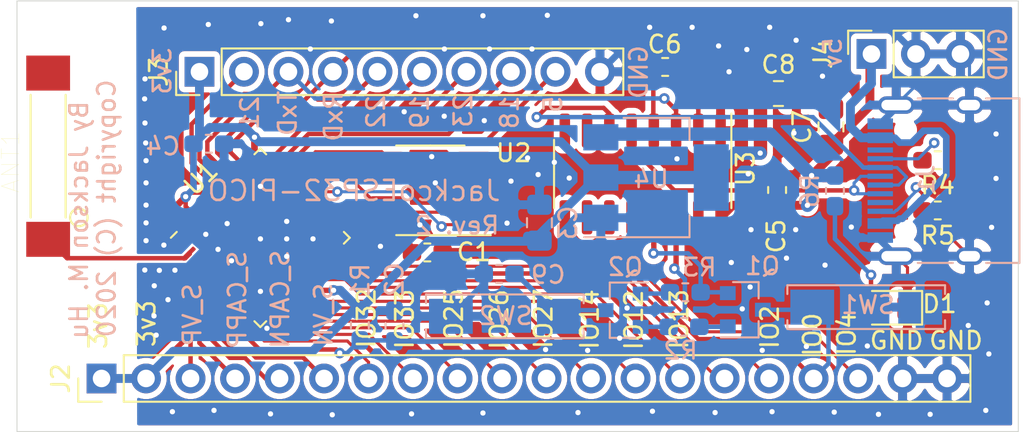
<source format=kicad_pcb>
(kicad_pcb (version 20171130) (host pcbnew 5.1.7-a382d34a8~87~ubuntu20.04.1)
  (layers (0 F.Cu signal) (31 B.Cu signal) (34 B.Paste user) (35 F.Paste user) (36 B.SilkS user) (37 F.SilkS user) (38 B.Mask user) (39 F.Mask user) (44 Edge.Cuts user))
  (net 0 "")
  (net 1 "Net-(ANT1-PadP$FEED)")
  (net 2 VDD_SDIO)
  (net 3 GND)
  (net 4 EN)
  (net 5 +5V)
  (net 6 "Net-(C6-Pad1)")
  (net 7 "Net-(D1-Pad2)")
  (net 8 "Net-(J1-PadA5)")
  (net 9 USB_DN)
  (net 10 USB_DP)
  (net 11 "Net-(J1-PadB5)")
  (net 12 IO5)
  (net 13 IO4)
  (net 14 RxD0)
  (net 15 IO2)
  (net 16 TxD0)
  (net 17 IO0)
  (net 18 IO33)
  (net 19 IO32)
  (net 20 IO27)
  (net 21 IO26)
  (net 22 IO25)
  (net 23 SENSE_VP)
  (net 24 SENSE_CAPP)
  (net 25 SENSE_CAPN)
  (net 26 SENSE_VN)
  (net 27 IO15)
  (net 28 IO14)
  (net 29 IO13)
  (net 30 IO12)
  (net 31 IO23)
  (net 32 IO22)
  (net 33 IO21)
  (net 34 IO19)
  (net 35 IO18)
  (net 36 DTR)
  (net 37 RTS)
  (net 38 SIO0)
  (net 39 SIO2)
  (net 40 SCLK)
  (net 41 SIO3)
  (net 42 PSRAM_CS)
  (net 43 SIO1)
  (net 44 3v3A)
  (net 45 "Net-(Q1-Pad1)")
  (net 46 "Net-(Q2-Pad1)")
  (module Package_TO_SOT_SMD:SOT-23 (layer B.Cu) (at 120.7 121.575 180)
    (fp_text reference Q2 (at -0.125 2.475) (layer B.SilkS) (effects (justify mirror)))
    (fp_text value S8050)
    (pad 3 smd rect (at 1 0 180) (size 0.9 0.8) (layers B.Cu B.Paste B.Mask) (net 4 EN))
    (pad 2 smd rect (at -1 -0.95 180) (size 0.9 0.8) (layers B.Cu B.Paste B.Mask) (net 37 RTS))
    (pad 1 smd rect (at -1 0.95 180) (size 0.9 0.8) (layers B.Cu B.Paste B.Mask) (net 46 "Net-(Q2-Pad1)"))
  )
  (module Connector_PinSocket_2.54mm:PinSocket_1x03_P2.54mm_Vertical (layer F.Cu) (at 134.874 106.934 90)
    (fp_text reference J4 (at 0 -2.77 90) (layer F.SilkS))
    (fp_text value VUSB)
    (pad 3 thru_hole oval (at 0 5.08 90) (size 1.7 1.7) (drill 1) (layers *.Cu *.Mask) (net 3 GND))
    (pad 2 thru_hole oval (at 0 2.54 90) (size 1.7 1.7) (drill 1) (layers *.Cu *.Mask) (net 3 GND))
    (pad 1 thru_hole rect (at 0 0 90) (size 1.7 1.7) (drill 1) (layers *.Cu *.Mask) (net 5 +5V))
  )
  (module Connector_PinHeader_2.54mm:PinHeader_1x20_P2.54mm_Vertical (layer F.Cu) (at 90.932 125.476 90)
    (fp_text reference J2 (at 0 -2.33 90) (layer F.SilkS))
    (fp_text value GPIO)
    (pad 20 thru_hole oval (at 0 48.26 90) (size 1.7 1.7) (drill 1) (layers *.Cu *.Mask) (net 3 GND))
    (pad 19 thru_hole oval (at 0 45.72 90) (size 1.7 1.7) (drill 1) (layers *.Cu *.Mask) (net 3 GND))
    (pad 18 thru_hole oval (at 0 43.18 90) (size 1.7 1.7) (drill 1) (layers *.Cu *.Mask) (net 13 IO4))
    (pad 17 thru_hole oval (at 0 40.64 90) (size 1.7 1.7) (drill 1) (layers *.Cu *.Mask) (net 17 IO0))
    (pad 16 thru_hole oval (at 0 38.1 90) (size 1.7 1.7) (drill 1) (layers *.Cu *.Mask) (net 15 IO2))
    (pad 15 thru_hole oval (at 0 35.56 90) (size 1.7 1.7) (drill 1) (layers *.Cu *.Mask) (net 27 IO15))
    (pad 14 thru_hole oval (at 0 33.02 90) (size 1.7 1.7) (drill 1) (layers *.Cu *.Mask) (net 29 IO13))
    (pad 13 thru_hole oval (at 0 30.48 90) (size 1.7 1.7) (drill 1) (layers *.Cu *.Mask) (net 30 IO12))
    (pad 12 thru_hole oval (at 0 27.94 90) (size 1.7 1.7) (drill 1) (layers *.Cu *.Mask) (net 28 IO14))
    (pad 11 thru_hole oval (at 0 25.4 90) (size 1.7 1.7) (drill 1) (layers *.Cu *.Mask) (net 20 IO27))
    (pad 10 thru_hole oval (at 0 22.86 90) (size 1.7 1.7) (drill 1) (layers *.Cu *.Mask) (net 21 IO26))
    (pad 9 thru_hole oval (at 0 20.32 90) (size 1.7 1.7) (drill 1) (layers *.Cu *.Mask) (net 22 IO25))
    (pad 8 thru_hole oval (at 0 17.78 90) (size 1.7 1.7) (drill 1) (layers *.Cu *.Mask) (net 18 IO33))
    (pad 7 thru_hole oval (at 0 15.24 90) (size 1.7 1.7) (drill 1) (layers *.Cu *.Mask) (net 19 IO32))
    (pad 6 thru_hole oval (at 0 12.7 90) (size 1.7 1.7) (drill 1) (layers *.Cu *.Mask) (net 26 SENSE_VN))
    (pad 5 thru_hole oval (at 0 10.16 90) (size 1.7 1.7) (drill 1) (layers *.Cu *.Mask) (net 25 SENSE_CAPN))
    (pad 4 thru_hole oval (at 0 7.62 90) (size 1.7 1.7) (drill 1) (layers *.Cu *.Mask) (net 24 SENSE_CAPP))
    (pad 3 thru_hole oval (at 0 5.08 90) (size 1.7 1.7) (drill 1) (layers *.Cu *.Mask) (net 23 SENSE_VP))
    (pad 2 thru_hole oval (at 0 2.54 90) (size 1.7 1.7) (drill 1) (layers *.Cu *.Mask) (net 44 3v3A))
    (pad 1 thru_hole rect (at 0 0 90) (size 1.7 1.7) (drill 1) (layers *.Cu *.Mask) (net 44 3v3A))
  )
  (module Package_TO_SOT_SMD:SOT-223-3_TabPin2 (layer B.Cu) (at 122.5804 113.9952)
    (fp_text reference U4 (at -0.2804 0.0848) (layer B.SilkS) (effects (justify mirror)))
    (fp_text value AMS1117)
    (pad 1 smd rect (at -3.15 2.3) (size 2 1.5) (layers B.Cu B.Paste B.Mask) (net 3 GND))
    (pad 3 smd rect (at -3.15 -2.3) (size 2 1.5) (layers B.Cu B.Paste B.Mask) (net 5 +5V))
    (pad 2 smd rect (at -3.15 0) (size 2 1.5) (layers B.Cu B.Paste B.Mask) (net 44 3v3A))
    (pad 2 smd rect (at 3.15 0) (size 2 3.8) (layers B.Cu B.Paste B.Mask) (net 44 3v3A))
  )
  (module Package_SO:SOIC-16_3.9x9.9mm_P1.27mm (layer F.Cu) (at 121.8184 113.792 270)
    (fp_text reference U3 (at -0.3048 -5.8674 90) (layer F.SilkS))
    (fp_text value CH340C)
    (pad 16 smd roundrect (at 2.475 -4.445 270) (size 1.95 0.6) (layers F.Cu F.Paste F.Mask) (net 5 +5V))
    (pad 15 smd roundrect (at 2.475 -3.175 270) (size 1.95 0.6) (layers F.Cu F.Paste F.Mask))
    (pad 14 smd roundrect (at 2.475 -1.905 270) (size 1.95 0.6) (layers F.Cu F.Paste F.Mask) (net 37 RTS))
    (pad 13 smd roundrect (at 2.475 -0.635 270) (size 1.95 0.6) (layers F.Cu F.Paste F.Mask) (net 36 DTR))
    (pad 12 smd roundrect (at 2.475 0.635 270) (size 1.95 0.6) (layers F.Cu F.Paste F.Mask))
    (pad 11 smd roundrect (at 2.475 1.905 270) (size 1.95 0.6) (layers F.Cu F.Paste F.Mask))
    (pad 10 smd roundrect (at 2.475 3.175 270) (size 1.95 0.6) (layers F.Cu F.Paste F.Mask))
    (pad 9 smd roundrect (at 2.475 4.445 270) (size 1.95 0.6) (layers F.Cu F.Paste F.Mask))
    (pad 8 smd roundrect (at -2.475 4.445 270) (size 1.95 0.6) (layers F.Cu F.Paste F.Mask))
    (pad 7 smd roundrect (at -2.475 3.175 270) (size 1.95 0.6) (layers F.Cu F.Paste F.Mask))
    (pad 6 smd roundrect (at -2.475 1.905 270) (size 1.95 0.6) (layers F.Cu F.Paste F.Mask) (net 9 USB_DN))
    (pad 5 smd roundrect (at -2.475 0.635 270) (size 1.95 0.6) (layers F.Cu F.Paste F.Mask) (net 10 USB_DP))
    (pad 4 smd roundrect (at -2.475 -0.635 270) (size 1.95 0.6) (layers F.Cu F.Paste F.Mask) (net 6 "Net-(C6-Pad1)"))
    (pad 3 smd roundrect (at -2.475 -1.905 270) (size 1.95 0.6) (layers F.Cu F.Paste F.Mask) (net 16 TxD0))
    (pad 2 smd roundrect (at -2.475 -3.175 270) (size 1.95 0.6) (layers F.Cu F.Paste F.Mask) (net 14 RxD0))
    (pad 1 smd roundrect (at -2.475 -4.445 270) (size 1.95 0.6) (layers F.Cu F.Paste F.Mask) (net 3 GND))
  )
  (module Package_SO:SOIC-8_3.9x4.9mm_P1.27mm (layer F.Cu) (at 109.7 114.725 180)
    (fp_text reference U2 (at -4.7498 2.1336) (layer F.SilkS))
    (fp_text value ESP-PSRAM32)
    (pad 8 smd roundrect (at 2.475 -1.905 180) (size 1.95 0.6) (layers F.Cu F.Paste F.Mask) (net 2 VDD_SDIO))
    (pad 7 smd roundrect (at 2.475 -0.635 180) (size 1.95 0.6) (layers F.Cu F.Paste F.Mask) (net 41 SIO3))
    (pad 6 smd roundrect (at 2.475 0.635 180) (size 1.95 0.6) (layers F.Cu F.Paste F.Mask) (net 40 SCLK))
    (pad 5 smd roundrect (at 2.475 1.905 180) (size 1.95 0.6) (layers F.Cu F.Paste F.Mask) (net 38 SIO0))
    (pad 4 smd roundrect (at -2.475 1.905 180) (size 1.95 0.6) (layers F.Cu F.Paste F.Mask) (net 3 GND))
    (pad 3 smd roundrect (at -2.475 0.635 180) (size 1.95 0.6) (layers F.Cu F.Paste F.Mask) (net 39 SIO2))
    (pad 2 smd roundrect (at -2.475 -0.635 180) (size 1.95 0.6) (layers F.Cu F.Paste F.Mask) (net 43 SIO1))
    (pad 1 smd roundrect (at -2.475 -1.905 180) (size 1.95 0.6) (layers F.Cu F.Paste F.Mask) (net 42 PSRAM_CS))
  )
  (module Package_DFN_QFN:QFN-48-1EP_7x7mm_P0.5mm_EP5.3x5.3mm (layer F.Cu) (at 99.993381 117.436762 45)
    (fp_text reference U1 (at 0 -4.8 45) (layer F.SilkS))
    (fp_text value ESP32-PICO-D4)
    (pad 49 smd rect (at 0 0 45) (size 5.3 5.3) (layers F.Cu F.Mask) (net 3 GND))
    (pad 48 smd roundrect (at -2.75 -3.45 45) (size 0.25 0.8) (layers F.Cu F.Paste F.Mask))
    (pad 47 smd roundrect (at -2.25 -3.45 45) (size 0.25 0.8) (layers F.Cu F.Paste F.Mask))
    (pad 46 smd roundrect (at -1.75 -3.45 45) (size 0.25 0.8) (layers F.Cu F.Paste F.Mask) (net 44 3v3A))
    (pad 45 smd roundrect (at -1.25 -3.45 45) (size 0.25 0.8) (layers F.Cu F.Paste F.Mask))
    (pad 44 smd roundrect (at -0.75 -3.45 45) (size 0.25 0.8) (layers F.Cu F.Paste F.Mask))
    (pad 43 smd roundrect (at -0.25 -3.45 45) (size 0.25 0.8) (layers F.Cu F.Paste F.Mask) (net 44 3v3A))
    (pad 42 smd roundrect (at 0.25 -3.45 45) (size 0.25 0.8) (layers F.Cu F.Paste F.Mask) (net 33 IO21))
    (pad 41 smd roundrect (at 0.75 -3.45 45) (size 0.25 0.8) (layers F.Cu F.Paste F.Mask) (net 16 TxD0))
    (pad 40 smd roundrect (at 1.25 -3.45 45) (size 0.25 0.8) (layers F.Cu F.Paste F.Mask) (net 14 RxD0))
    (pad 39 smd roundrect (at 1.75 -3.45 45) (size 0.25 0.8) (layers F.Cu F.Paste F.Mask) (net 32 IO22))
    (pad 38 smd roundrect (at 2.25 -3.45 45) (size 0.25 0.8) (layers F.Cu F.Paste F.Mask) (net 34 IO19))
    (pad 37 smd roundrect (at 2.75 -3.45 45) (size 0.25 0.8) (layers F.Cu F.Paste F.Mask) (net 44 3v3A))
    (pad 36 smd roundrect (at 3.45 -2.75 45) (size 0.8 0.25) (layers F.Cu F.Paste F.Mask) (net 31 IO23))
    (pad 35 smd roundrect (at 3.45 -2.25 45) (size 0.8 0.25) (layers F.Cu F.Paste F.Mask) (net 35 IO18))
    (pad 34 smd roundrect (at 3.45 -1.75 45) (size 0.8 0.25) (layers F.Cu F.Paste F.Mask) (net 12 IO5))
    (pad 33 smd roundrect (at 3.45 -1.25 45) (size 0.8 0.25) (layers F.Cu F.Paste F.Mask) (net 38 SIO0))
    (pad 32 smd roundrect (at 3.45 -0.75 45) (size 0.8 0.25) (layers F.Cu F.Paste F.Mask) (net 39 SIO2))
    (pad 31 smd roundrect (at 3.45 -0.25 45) (size 0.8 0.25) (layers F.Cu F.Paste F.Mask) (net 40 SCLK))
    (pad 30 smd roundrect (at 3.45 0.25 45) (size 0.8 0.25) (layers F.Cu F.Paste F.Mask) (net 41 SIO3))
    (pad 29 smd roundrect (at 3.45 0.75 45) (size 0.8 0.25) (layers F.Cu F.Paste F.Mask) (net 42 PSRAM_CS))
    (pad 28 smd roundrect (at 3.45 1.25 45) (size 0.8 0.25) (layers F.Cu F.Paste F.Mask))
    (pad 27 smd roundrect (at 3.45 1.75 45) (size 0.8 0.25) (layers F.Cu F.Paste F.Mask) (net 43 SIO1))
    (pad 26 smd roundrect (at 3.45 2.25 45) (size 0.8 0.25) (layers F.Cu F.Paste F.Mask) (net 2 VDD_SDIO))
    (pad 25 smd roundrect (at 3.45 2.75 45) (size 0.8 0.25) (layers F.Cu F.Paste F.Mask))
    (pad 24 smd roundrect (at 2.75 3.45 45) (size 0.25 0.8) (layers F.Cu F.Paste F.Mask) (net 13 IO4))
    (pad 23 smd roundrect (at 2.25 3.45 45) (size 0.25 0.8) (layers F.Cu F.Paste F.Mask) (net 17 IO0))
    (pad 22 smd roundrect (at 1.75 3.45 45) (size 0.25 0.8) (layers F.Cu F.Paste F.Mask) (net 15 IO2))
    (pad 21 smd roundrect (at 1.25 3.45 45) (size 0.25 0.8) (layers F.Cu F.Paste F.Mask) (net 27 IO15))
    (pad 20 smd roundrect (at 0.75 3.45 45) (size 0.25 0.8) (layers F.Cu F.Paste F.Mask) (net 29 IO13))
    (pad 19 smd roundrect (at 0.25 3.45 45) (size 0.25 0.8) (layers F.Cu F.Paste F.Mask) (net 44 3v3A))
    (pad 18 smd roundrect (at -0.25 3.45 45) (size 0.25 0.8) (layers F.Cu F.Paste F.Mask) (net 30 IO12))
    (pad 17 smd roundrect (at -0.75 3.45 45) (size 0.25 0.8) (layers F.Cu F.Paste F.Mask) (net 28 IO14))
    (pad 16 smd roundrect (at -1.25 3.45 45) (size 0.25 0.8) (layers F.Cu F.Paste F.Mask) (net 20 IO27))
    (pad 15 smd roundrect (at -1.75 3.45 45) (size 0.25 0.8) (layers F.Cu F.Paste F.Mask) (net 21 IO26))
    (pad 14 smd roundrect (at -2.25 3.45 45) (size 0.25 0.8) (layers F.Cu F.Paste F.Mask) (net 22 IO25))
    (pad 13 smd roundrect (at -2.75 3.45 45) (size 0.25 0.8) (layers F.Cu F.Paste F.Mask) (net 18 IO33))
    (pad 12 smd roundrect (at -3.45 2.75 45) (size 0.8 0.25) (layers F.Cu F.Paste F.Mask) (net 19 IO32))
    (pad 11 smd roundrect (at -3.45 2.25 45) (size 0.8 0.25) (layers F.Cu F.Paste F.Mask))
    (pad 10 smd roundrect (at -3.45 1.75 45) (size 0.8 0.25) (layers F.Cu F.Paste F.Mask))
    (pad 9 smd roundrect (at -3.45 1.25 45) (size 0.8 0.25) (layers F.Cu F.Paste F.Mask) (net 4 EN))
    (pad 8 smd roundrect (at -3.45 0.75 45) (size 0.8 0.25) (layers F.Cu F.Paste F.Mask) (net 26 SENSE_VN))
    (pad 7 smd roundrect (at -3.45 0.25 45) (size 0.8 0.25) (layers F.Cu F.Paste F.Mask) (net 25 SENSE_CAPN))
    (pad 6 smd roundrect (at -3.45 -0.25 45) (size 0.8 0.25) (layers F.Cu F.Paste F.Mask) (net 24 SENSE_CAPP))
    (pad 5 smd roundrect (at -3.45 -0.75 45) (size 0.8 0.25) (layers F.Cu F.Paste F.Mask) (net 23 SENSE_VP))
    (pad 4 smd roundrect (at -3.45 -1.25 45) (size 0.8 0.25) (layers F.Cu F.Paste F.Mask) (net 44 3v3A))
    (pad 3 smd roundrect (at -3.45 -1.75 45) (size 0.8 0.25) (layers F.Cu F.Paste F.Mask) (net 44 3v3A))
    (pad 2 smd roundrect (at -3.45 -2.25 45) (size 0.8 0.25) (layers F.Cu F.Paste F.Mask) (net 1 "Net-(ANT1-PadP$FEED)"))
    (pad 1 smd roundrect (at -3.45 -2.75 45) (size 0.8 0.25) (layers F.Cu F.Paste F.Mask) (net 44 3v3A))
  )
  (module Button_Switch_SMD:SW_SPST_REED_CT05-XXXX-J1 (layer B.Cu) (at 113.95 121.925 180)
    (fp_text reference SW2 (at -0.0508 0.0254) (layer B.SilkS) (effects (justify mirror)))
    (fp_text value RESET)
    (pad 1 smd rect (at -3.08 0 180) (size 2.5 2) (layers B.Cu B.Paste B.Mask) (net 4 EN))
    (pad 2 smd rect (at 3.08 0 180) (size 2.5 2) (layers B.Cu B.Paste B.Mask) (net 3 GND))
  )
  (module Button_Switch_SMD:SW_SPST_REED_CT05-XXXX-J1 (layer B.Cu) (at 134.575 121.4)
    (fp_text reference SW1 (at 0.1016 -0.127) (layer B.SilkS) (effects (justify mirror)))
    (fp_text value BOOT)
    (pad 1 smd rect (at -3.08 0) (size 2.5 2) (layers B.Cu B.Paste B.Mask) (net 17 IO0))
    (pad 2 smd rect (at 3.08 0) (size 2.5 2) (layers B.Cu B.Paste B.Mask) (net 3 GND))
  )
  (module Resistor_SMD:R_0603_1608Metric_Pad1.05x0.95mm_HandSolder (layer B.Cu) (at 132.7912 114.7572 270)
    (fp_text reference R6 (at 0 1.43 90) (layer B.SilkS) (effects (justify mirror)))
    (fp_text value 330)
    (pad 2 smd roundrect (at 0.875 0 270) (size 1.05 0.95) (layers B.Cu B.Paste B.Mask) (net 7 "Net-(D1-Pad2)"))
    (pad 1 smd roundrect (at -0.875 0 270) (size 1.05 0.95) (layers B.Cu B.Paste B.Mask) (net 5 +5V))
  )
  (module Resistor_SMD:R_0603_1608Metric_Pad1.05x0.95mm_HandSolder (layer F.Cu) (at 138.6586 115.8748 180)
    (fp_text reference R5 (at 0 -1.43) (layer F.SilkS))
    (fp_text value 5.11K)
    (pad 2 smd roundrect (at 0.875 0 180) (size 1.05 0.95) (layers F.Cu F.Paste F.Mask) (net 11 "Net-(J1-PadB5)"))
    (pad 1 smd roundrect (at -0.875 0 180) (size 1.05 0.95) (layers F.Cu F.Paste F.Mask) (net 3 GND))
  )
  (module Resistor_SMD:R_0603_1608Metric_Pad1.05x0.95mm_HandSolder (layer F.Cu) (at 138.6586 113.0046 180)
    (fp_text reference R4 (at 0 -1.43) (layer F.SilkS))
    (fp_text value 5.11K)
    (pad 2 smd roundrect (at 0.875 0 180) (size 1.05 0.95) (layers F.Cu F.Paste F.Mask) (net 8 "Net-(J1-PadA5)"))
    (pad 1 smd roundrect (at -0.875 0 180) (size 1.05 0.95) (layers F.Cu F.Paste F.Mask) (net 3 GND))
  )
  (module Resistor_SMD:R_0603_1608Metric_Pad1.05x0.95mm_HandSolder (layer B.Cu) (at 124.25 120.55)
    (fp_text reference R3 (at 0.8 -1.425) (layer B.SilkS) (effects (justify mirror)))
    (fp_text value 10K hide)
    (pad 2 smd roundrect (at 0.875 0) (size 1.05 0.95) (layers B.Cu B.Paste B.Mask) (net 36 DTR))
    (pad 1 smd roundrect (at -0.875 0) (size 1.05 0.95) (layers B.Cu B.Paste B.Mask) (net 46 "Net-(Q2-Pad1)"))
  )
  (module Resistor_SMD:R_0603_1608Metric_Pad1.05x0.95mm_HandSolder (layer B.Cu) (at 124.175 122.525 180)
    (fp_text reference R2 (at 0.2 -1.35) (layer B.SilkS) (effects (justify mirror)))
    (fp_text value 10K hide)
    (pad 2 smd roundrect (at 0.875 0 180) (size 1.05 0.95) (layers B.Cu B.Paste B.Mask) (net 37 RTS))
    (pad 1 smd roundrect (at -0.875 0 180) (size 1.05 0.95) (layers B.Cu B.Paste B.Mask) (net 45 "Net-(Q1-Pad1)"))
  )
  (module Resistor_SMD:R_0603_1608Metric_Pad1.05x0.95mm_HandSolder (layer B.Cu) (at 105.675 122.425 270)
    (fp_text reference R1 (at -2.55 -0.025 270) (layer B.SilkS) (effects (justify mirror)))
    (fp_text value 10K)
    (pad 2 smd roundrect (at 0.875 0 270) (size 1.05 0.95) (layers B.Cu B.Paste B.Mask) (net 4 EN))
    (pad 1 smd roundrect (at -0.875 0 270) (size 1.05 0.95) (layers B.Cu B.Paste B.Mask) (net 44 3v3A))
  )
  (module Package_TO_SOT_SMD:SOT-23 (layer B.Cu) (at 127.675 121.55)
    (fp_text reference Q1 (at 0.975 -2.5 180) (layer B.SilkS) (effects (justify mirror)))
    (fp_text value S8050)
    (pad 3 smd rect (at 1 0) (size 0.9 0.8) (layers B.Cu B.Paste B.Mask) (net 17 IO0))
    (pad 2 smd rect (at -1 -0.95) (size 0.9 0.8) (layers B.Cu B.Paste B.Mask) (net 36 DTR))
    (pad 1 smd rect (at -1 0.95) (size 0.9 0.8) (layers B.Cu B.Paste B.Mask) (net 45 "Net-(Q1-Pad1)"))
  )
  (module Connector_PinHeader_2.54mm:PinHeader_1x10_P2.54mm_Vertical (layer F.Cu) (at 96.52 107.95 90)
    (fp_text reference J3 (at 0 -2.33 90) (layer F.SilkS))
    (fp_text value GPIO)
    (pad 10 thru_hole oval (at 0 22.86 90) (size 1.7 1.7) (drill 1) (layers *.Cu *.Mask) (net 3 GND))
    (pad 9 thru_hole oval (at 0 20.32 90) (size 1.7 1.7) (drill 1) (layers *.Cu *.Mask) (net 12 IO5))
    (pad 8 thru_hole oval (at 0 17.78 90) (size 1.7 1.7) (drill 1) (layers *.Cu *.Mask) (net 35 IO18))
    (pad 7 thru_hole oval (at 0 15.24 90) (size 1.7 1.7) (drill 1) (layers *.Cu *.Mask) (net 31 IO23))
    (pad 6 thru_hole oval (at 0 12.7 90) (size 1.7 1.7) (drill 1) (layers *.Cu *.Mask) (net 34 IO19))
    (pad 5 thru_hole oval (at 0 10.16 90) (size 1.7 1.7) (drill 1) (layers *.Cu *.Mask) (net 32 IO22))
    (pad 4 thru_hole oval (at 0 7.62 90) (size 1.7 1.7) (drill 1) (layers *.Cu *.Mask) (net 14 RxD0))
    (pad 3 thru_hole oval (at 0 5.08 90) (size 1.7 1.7) (drill 1) (layers *.Cu *.Mask) (net 16 TxD0))
    (pad 2 thru_hole oval (at 0 2.54 90) (size 1.7 1.7) (drill 1) (layers *.Cu *.Mask) (net 33 IO21))
    (pad 1 thru_hole rect (at 0 0 90) (size 1.7 1.7) (drill 1) (layers *.Cu *.Mask) (net 44 3v3A))
  )
  (module Connector_USB:USB_C_Receptacle_HRO_TYPE-C-31-M-12 (layer B.Cu) (at 139.4206 114.173 270)
    (fp_text reference J1 (at -0.0508 1.4732 270) (layer B.SilkS) (effects (justify mirror)))
    (fp_text value USB)
    (pad B1 smd rect (at 3.25 4.045 270) (size 0.6 1.45) (layers B.Cu B.Paste B.Mask) (net 3 GND))
    (pad A9 smd rect (at 2.45 4.045 270) (size 0.6 1.45) (layers B.Cu B.Paste B.Mask) (net 5 +5V))
    (pad B9 smd rect (at -2.45 4.045 270) (size 0.6 1.45) (layers B.Cu B.Paste B.Mask) (net 5 +5V))
    (pad B12 smd rect (at -3.25 4.045 270) (size 0.6 1.45) (layers B.Cu B.Paste B.Mask) (net 3 GND))
    (pad A1 smd rect (at -3.25 4.045 270) (size 0.6 1.45) (layers B.Cu B.Paste B.Mask) (net 3 GND))
    (pad A4 smd rect (at -2.45 4.045 270) (size 0.6 1.45) (layers B.Cu B.Paste B.Mask) (net 5 +5V))
    (pad B4 smd rect (at 2.45 4.045 270) (size 0.6 1.45) (layers B.Cu B.Paste B.Mask) (net 5 +5V))
    (pad A12 smd rect (at 3.25 4.045 270) (size 0.6 1.45) (layers B.Cu B.Paste B.Mask) (net 3 GND))
    (pad B8 smd rect (at -1.75 4.045 270) (size 0.3 1.45) (layers B.Cu B.Paste B.Mask))
    (pad A5 smd rect (at -1.25 4.045 270) (size 0.3 1.45) (layers B.Cu B.Paste B.Mask) (net 8 "Net-(J1-PadA5)"))
    (pad B7 smd rect (at -0.75 4.045 270) (size 0.3 1.45) (layers B.Cu B.Paste B.Mask) (net 9 USB_DN))
    (pad A7 smd rect (at 0.25 4.045 270) (size 0.3 1.45) (layers B.Cu B.Paste B.Mask) (net 9 USB_DN))
    (pad B6 smd rect (at 0.75 4.045 270) (size 0.3 1.45) (layers B.Cu B.Paste B.Mask) (net 10 USB_DP))
    (pad A8 smd rect (at 1.25 4.045 270) (size 0.3 1.45) (layers B.Cu B.Paste B.Mask))
    (pad B5 smd rect (at 1.75 4.045 270) (size 0.3 1.45) (layers B.Cu B.Paste B.Mask) (net 11 "Net-(J1-PadB5)"))
    (pad A6 smd rect (at -0.25 4.045 270) (size 0.3 1.45) (layers B.Cu B.Paste B.Mask) (net 10 USB_DP))
    (pad S1 thru_hole oval (at 4.32 3.13 270) (size 1 2.1) (drill oval 0.6 1.7) (layers *.Cu *.Mask) (net 3 GND))
    (pad S1 thru_hole oval (at -4.32 3.13 270) (size 1 2.1) (drill oval 0.6 1.7) (layers *.Cu *.Mask) (net 3 GND))
    (pad "" np_thru_hole circle (at -2.89 2.6 270) (size 0.65 0.65) (drill 0.65) (layers *.Cu *.Mask))
    (pad S1 thru_hole oval (at -4.32 -1.05 270) (size 1 1.6) (drill oval 0.6 1.2) (layers *.Cu *.Mask) (net 3 GND))
    (pad "" np_thru_hole circle (at 2.89 2.6 270) (size 0.65 0.65) (drill 0.65) (layers *.Cu *.Mask))
    (pad S1 thru_hole oval (at 4.32 -1.05 270) (size 1 1.6) (drill oval 0.6 1.2) (layers *.Cu *.Mask) (net 3 GND))
  )
  (module LED_SMD:LED_0805_2012Metric_Pad1.15x1.40mm_HandSolder (layer F.Cu) (at 135.9064 121.4374 180)
    (fp_text reference D1 (at -2.8536 0.2174) (layer F.SilkS))
    (fp_text value LED)
    (pad 2 smd roundrect (at 1.025 0 180) (size 1.15 1.4) (layers F.Cu F.Paste F.Mask) (roundrect_rratio 0.217391) (net 7 "Net-(D1-Pad2)"))
    (pad 1 smd roundrect (at -1.025 0 180) (size 1.15 1.4) (layers F.Cu F.Paste F.Mask) (roundrect_rratio 0.217391) (net 3 GND))
  )
  (module Capacitor_SMD:C_0603_1608Metric_Pad1.05x0.95mm_HandSolder (layer B.Cu) (at 113.625 119.5)
    (fp_text reference C9 (at 2.8 0.05) (layer B.SilkS) (effects (justify mirror)))
    (fp_text value 0.1uF)
    (pad 2 smd roundrect (at 0.875 0) (size 1.05 0.95) (layers B.Cu B.Paste B.Mask) (net 4 EN))
    (pad 1 smd roundrect (at -0.875 0) (size 1.05 0.95) (layers B.Cu B.Paste B.Mask) (net 3 GND))
  )
  (module Capacitor_SMD:C_0805_2012Metric_Pad1.15x1.40mm_HandSolder (layer F.Cu) (at 129.5654 109.1946)
    (fp_text reference C8 (at 0 -1.65) (layer F.SilkS))
    (fp_text value 10uF)
    (pad 2 smd roundrect (at 1.025 0) (size 1.15 1.4) (layers F.Cu F.Paste F.Mask) (roundrect_rratio 0.217391) (net 3 GND))
    (pad 1 smd roundrect (at -1.025 0) (size 1.15 1.4) (layers F.Cu F.Paste F.Mask) (roundrect_rratio 0.217391) (net 44 3v3A))
  )
  (module Capacitor_SMD:C_0805_2012Metric_Pad1.15x1.40mm_HandSolder (layer F.Cu) (at 132.5626 111.0996 90)
    (fp_text reference C7 (at 0 -1.65 90) (layer F.SilkS))
    (fp_text value 10uF)
    (pad 2 smd roundrect (at 1.025 0 90) (size 1.15 1.4) (layers F.Cu F.Paste F.Mask) (roundrect_rratio 0.217391) (net 3 GND))
    (pad 1 smd roundrect (at -1.025 0 90) (size 1.15 1.4) (layers F.Cu F.Paste F.Mask) (roundrect_rratio 0.217391) (net 5 +5V))
  )
  (module Capacitor_SMD:C_0603_1608Metric_Pad1.05x0.95mm_HandSolder (layer F.Cu) (at 123.1 107.675)
    (fp_text reference C6 (at -0.0254 -1.2954) (layer F.SilkS))
    (fp_text value 0.1uF)
    (pad 2 smd roundrect (at 0.875 0) (size 1.05 0.95) (layers F.Cu F.Paste F.Mask) (net 3 GND))
    (pad 1 smd roundrect (at -0.875 0) (size 1.05 0.95) (layers F.Cu F.Paste F.Mask) (net 6 "Net-(C6-Pad1)"))
  )
  (module Capacitor_SMD:C_0603_1608Metric_Pad1.05x0.95mm_HandSolder (layer F.Cu) (at 129.4892 114.7064 90)
    (fp_text reference C5 (at -2.6416 -0.0508 90) (layer F.SilkS))
    (fp_text value 0.1uF)
    (pad 2 smd roundrect (at 0.875 0 90) (size 1.05 0.95) (layers F.Cu F.Paste F.Mask) (net 3 GND))
    (pad 1 smd roundrect (at -0.875 0 90) (size 1.05 0.95) (layers F.Cu F.Paste F.Mask) (net 5 +5V))
  )
  (module Capacitor_SMD:C_0603_1608Metric_Pad1.05x0.95mm_HandSolder (layer B.Cu) (at 97.0534 112.0648 180)
    (fp_text reference C4 (at 2.6234 -0.1452 180) (layer B.SilkS) (effects (justify mirror)))
    (fp_text value 0.1uF)
    (pad 2 smd roundrect (at 0.875 0 180) (size 1.05 0.95) (layers B.Cu B.Paste B.Mask) (net 44 3v3A))
    (pad 1 smd roundrect (at -0.875 0 180) (size 1.05 0.95) (layers B.Cu B.Paste B.Mask) (net 3 GND))
  )
  (module Capacitor_SMD:C_0805_2012Metric_Pad1.15x1.40mm_HandSolder (layer B.Cu) (at 115.925 116.575 90)
    (fp_text reference C3 (at -0.0086 1.6302 270) (layer B.SilkS) (effects (justify mirror)))
    (fp_text value 10uF)
    (pad 2 smd roundrect (at 1.025 0 90) (size 1.15 1.4) (layers B.Cu B.Paste B.Mask) (roundrect_rratio 0.217391) (net 3 GND))
    (pad 1 smd roundrect (at -1.025 0 90) (size 1.15 1.4) (layers B.Cu B.Paste B.Mask) (roundrect_rratio 0.217391) (net 44 3v3A))
  )
  (module Capacitor_SMD:C_0603_1608Metric_Pad1.05x0.95mm_HandSolder (layer B.Cu) (at 107.65 122.475 90)
    (fp_text reference C2 (at 2.65 0 90) (layer B.SilkS) (effects (justify mirror)))
    (fp_text value 0.1uF)
    (pad 2 smd roundrect (at 0.875 0 90) (size 1.05 0.95) (layers B.Cu B.Paste B.Mask) (net 3 GND))
    (pad 1 smd roundrect (at -0.875 0 90) (size 1.05 0.95) (layers B.Cu B.Paste B.Mask) (net 4 EN))
  )
  (module Capacitor_SMD:C_0603_1608Metric_Pad1.05x0.95mm_HandSolder (layer F.Cu) (at 109.525 118.275 180)
    (fp_text reference C1 (at -2.6606 0.0232) (layer F.SilkS))
    (fp_text value 0.1uF)
    (pad 1 smd roundrect (at -0.875 0 180) (size 1.05 0.95) (layers F.Cu F.Paste F.Mask) (net 3 GND))
    (pad 2 smd roundrect (at 0.875 0 180) (size 1.05 0.95) (layers F.Cu F.Paste F.Mask) (net 2 VDD_SDIO))
  )
  (module AN9520:SMD_ANT9520 (layer F.Cu) (at 87.884 112.776 90)
    (fp_text reference ANT1 (at -0.325225 -2.136465 90) (layer F.SilkS) (effects (font (size 1.000685 1.000685) (thickness 0.015))))
    (fp_text value AN9520)
    (pad P$GND smd rect (at 4.75 0 90) (size 2 2.5) (layers F.Cu F.Paste F.Mask))
    (pad P$FEED smd rect (at -4.75 0 90) (size 2 2.5) (layers F.Cu F.Paste F.Mask) (net 1 "Net-(ANT1-PadP$FEED)"))
  )
  (gr_text "IO13\n" (at 123.9 122.09 90) (layer F.SilkS) (effects (font (size 1 1))))
  (gr_text "Copyright (C) 2020" (at 91.22 115.76 90) (layer B.SilkS) (effects (font (size 1 1)) (justify mirror)))
  (gr_text "Rev. 2\n" (at 111.22 116.73) (layer B.SilkS) (effects (font (size 1 1)) (justify mirror)))
  (gr_text "By Jackson M. Hu" (at 89.64 116.42 90) (layer B.SilkS) (effects (font (size 1 1)) (justify mirror)))
  (gr_text JackcoESP32-PICO (at 105.34 114.75) (layer B.SilkS) (effects (font (size 1.143 1.143)) (justify mirror)))
  (gr_text GND (at 142.1 106.96 90) (layer B.SilkS) (effects (font (size 1 1)) (justify mirror)))
  (gr_text 5v (at 132.66 106.86 90) (layer B.SilkS) (effects (font (size 1 1)) (justify mirror)))
  (gr_text 3v3 (at 94.4 107.91 90) (layer B.SilkS) (effects (font (size 1 1)) (justify mirror)))
  (gr_text GND (at 121.59 107.97 90) (layer B.SilkS) (effects (font (size 1 1)) (justify mirror)))
  (gr_text 5 (at 116.7 109.81 90) (layer B.SilkS) (effects (font (size 1 1)) (justify mirror)))
  (gr_text 18 (at 114.22 110.27 90) (layer B.SilkS) (effects (font (size 1 1)) (justify mirror)))
  (gr_text 23 (at 111.57 110.18 90) (layer B.SilkS) (effects (font (size 1 1)) (justify mirror)))
  (gr_text "19\n" (at 109.09 110.24 90) (layer B.SilkS) (effects (font (size 1 1)) (justify mirror)))
  (gr_text 22 (at 106.59 110.24 90) (layer B.SilkS) (effects (font (size 1 1)) (justify mirror)))
  (gr_text RxD (at 104.17 110.53 90) (layer B.SilkS) (effects (font (size 1 1)) (justify mirror)))
  (gr_text TxD (at 101.55 110.33 90) (layer B.SilkS) (effects (font (size 1 1)) (justify mirror)))
  (gr_text 21 (at 99.39 110.3 90) (layer B.SilkS) (effects (font (size 1 1)) (justify mirror)))
  (gr_text GND (at 139.7 123.31) (layer F.SilkS) (effects (font (size 1 1))))
  (gr_text GND (at 136.31 123.31) (layer F.SilkS) (effects (font (size 1 1))))
  (gr_text IO4 (at 133.46 122.93 90) (layer F.SilkS) (effects (font (size 1 1))))
  (gr_text "IO0\n" (at 131.51 122.97 90) (layer F.SilkS) (effects (font (size 1 1))))
  (gr_text "IO2\n" (at 129.07 122.54 90) (layer F.SilkS) (effects (font (size 1 1))))
  (gr_text IO12 (at 121.31 122.13 90) (layer F.SilkS) (effects (font (size 1 1))))
  (gr_text IO14 (at 118.79 122.1 90) (layer F.SilkS) (effects (font (size 1 1))))
  (gr_text IO27 (at 116.15 122.06 90) (layer F.SilkS) (effects (font (size 1 1))))
  (gr_text IO26 (at 113.63 122.1 90) (layer F.SilkS) (effects (font (size 1 1))))
  (gr_text IO25 (at 111.04 122.06 90) (layer F.SilkS) (effects (font (size 1 1))))
  (gr_text IO33 (at 108.235 122.08 90) (layer F.SilkS) (effects (font (size 1 1))))
  (gr_text IO32 (at 106.05 122.03 90) (layer F.SilkS) (effects (font (size 1 1))))
  (gr_text S_VN (at 103.6 121.84 90) (layer B.SilkS) (effects (font (size 1 1)) (justify mirror)))
  (gr_text S_CAPN (at 101.13 120.95 90) (layer B.SilkS) (effects (font (size 1 1)) (justify mirror)))
  (gr_text S_CAPP (at 98.68 120.98 90) (layer B.SilkS) (effects (font (size 1 1)) (justify mirror)))
  (gr_text S_VP (at 96.11 121.84 90) (layer B.SilkS) (effects (font (size 1 1)) (justify mirror)))
  (gr_text 3v3 (at 93.49 122.34 90) (layer F.SilkS) (effects (font (size 1 1))))
  (gr_text 3v3 (at 90.73 122.46 90) (layer F.SilkS) (effects (font (size 1 1))))
  (gr_line (start 86.106 128.508) (end 143.256 128.508) (layer Edge.Cuts) (width 0.05))
  (gr_line (start 86.106 103.902) (end 86.106 128.508) (layer Edge.Cuts) (width 0.05))
  (gr_line (start 143.256 103.902) (end 143.256 128.508) (layer Edge.Cuts) (width 0.05))
  (gr_line (start 86.106 103.902) (end 143.256 103.902) (layer Edge.Cuts) (width 0.05))
  (segment (start 95.630162 118.618) (end 95.962872 118.28529) (width 0.254) (layer F.Cu) (net 1))
  (segment (start 88.96209 118.60409) (end 87.884 117.526) (width 0.254) (layer F.Cu) (net 1))
  (segment (start 95.71194 118.60409) (end 88.96209 118.60409) (width 0.254) (layer F.Cu) (net 1))
  (segment (start 95.962872 118.353158) (end 95.71194 118.60409) (width 0.254) (layer F.Cu) (net 1))
  (segment (start 95.962872 118.28529) (end 95.962872 118.353158) (width 0.254) (layer F.Cu) (net 1))
  (segment (start 107.4738 116.6876) (end 107.253 116.6876) (width 0.1778) (layer F.Cu) (net 2))
  (segment (start 108.6244 117.8382) (end 107.4738 116.6876) (width 0.1778) (layer F.Cu) (net 2))
  (segment (start 108.6244 118.3132) (end 108.6244 117.8382) (width 0.1778) (layer F.Cu) (net 2))
  (segment (start 104.30459 116.307534) (end 104.02389 116.588234) (width 0.1778) (layer F.Cu) (net 2))
  (segment (start 105.61323 116.307534) (end 104.30459 116.307534) (width 0.1778) (layer F.Cu) (net 2))
  (segment (start 105.935696 116.63) (end 105.61323 116.307534) (width 0.1778) (layer F.Cu) (net 2))
  (segment (start 107.225 116.63) (end 105.935696 116.63) (width 0.1778) (layer F.Cu) (net 2))
  (via (at 98.1 116.625) (size 0.6) (drill 0.3) (layers F.Cu B.Cu) (net 3))
  (via (at 118.675 123.875) (size 0.6) (drill 0.3) (layers F.Cu B.Cu) (net 3))
  (via (at 116.275 123.825) (size 0.6) (drill 0.3) (layers F.Cu B.Cu) (net 3))
  (via (at 120.5 123.175) (size 0.6) (drill 0.3) (layers F.Cu B.Cu) (net 3))
  (via (at 97.58 118.1) (size 0.6) (drill 0.3) (layers F.Cu B.Cu) (net 3))
  (via (at 96.88 117.24) (size 0.6) (drill 0.3) (layers F.Cu B.Cu) (net 3))
  (via (at 93.4 119.28) (size 0.6) (drill 0.3) (layers F.Cu B.Cu) (net 3))
  (via (at 94.23 119.3) (size 0.6) (drill 0.3) (layers F.Cu B.Cu) (net 3))
  (via (at 95.12 119.29) (size 0.6) (drill 0.3) (layers F.Cu B.Cu) (net 3))
  (via (at 93.94 120.18) (size 0.6) (drill 0.3) (layers F.Cu B.Cu) (net 3))
  (via (at 101.5 118.5) (size 0.6) (drill 0.3) (layers F.Cu B.Cu) (net 3))
  (via (at 101.5 116.5) (size 0.6) (drill 0.3) (layers F.Cu B.Cu) (net 3))
  (via (at 101.5 117.5) (size 0.6) (drill 0.3) (layers F.Cu B.Cu) (net 3))
  (via (at 100 120.5) (size 0.6) (drill 0.3) (layers F.Cu B.Cu) (net 3))
  (via (at 100 114.5) (size 0.6) (drill 0.3) (layers F.Cu B.Cu) (net 3))
  (via (at 103 117.5) (size 0.6) (drill 0.3) (layers F.Cu B.Cu) (net 3))
  (via (at 100 117.5) (size 0.6) (drill 0.3) (layers F.Cu B.Cu) (net 3))
  (via (at 141.478 121.158) (size 0.6) (drill 0.3) (layers F.Cu B.Cu) (net 3))
  (via (at 126.746 107.95) (size 0.6) (drill 0.3) (layers F.Cu B.Cu) (net 3))
  (via (at 127.762 106.68) (size 0.6) (drill 0.3) (layers F.Cu B.Cu) (net 3))
  (via (at 132.08 108.204) (size 0.6) (drill 0.3) (layers F.Cu B.Cu) (net 3))
  (via (at 141.986 111.506) (size 0.6) (drill 0.3) (layers F.Cu B.Cu) (net 3))
  (via (at 141.732 116.84) (size 0.6) (drill 0.3) (layers F.Cu B.Cu) (net 3))
  (segment (start 127.8888 113.8314) (end 127.8412 113.7838) (width 0.254) (layer F.Cu) (net 3))
  (segment (start 129.4892 113.8314) (end 127.8888 113.8314) (width 0.254) (layer F.Cu) (net 3))
  (segment (start 136.9314 119.1338) (end 136.2906 118.493) (width 0.1778) (layer F.Cu) (net 3))
  (segment (start 136.9314 121.4374) (end 136.9314 119.1338) (width 0.1778) (layer F.Cu) (net 3))
  (segment (start 140.4706 112.0676) (end 139.5336 113.0046) (width 0.1778) (layer F.Cu) (net 3))
  (segment (start 140.4706 109.853) (end 140.4706 112.0676) (width 0.1778) (layer F.Cu) (net 3))
  (segment (start 139.5336 115.8748) (end 139.5336 113.0046) (width 0.1778) (layer F.Cu) (net 3))
  (segment (start 139.5336 117.556) (end 140.4706 118.493) (width 0.1778) (layer F.Cu) (net 3))
  (segment (start 139.5336 115.8748) (end 139.5336 117.556) (width 0.1778) (layer F.Cu) (net 3))
  (segment (start 140.4706 118.493) (end 140.4706 109.853) (width 0.508) (layer B.Cu) (net 3))
  (segment (start 132.5626 110.0746) (end 132.5626 109.7534) (width 0.508) (layer F.Cu) (net 3))
  (segment (start 140.4706 107.4506) (end 139.954 106.934) (width 0.1778) (layer B.Cu) (net 3))
  (segment (start 140.4706 109.853) (end 140.4706 107.4506) (width 0.1778) (layer B.Cu) (net 3))
  (segment (start 137.414 106.934) (end 139.954 106.934) (width 0.1778) (layer B.Cu) (net 3))
  (segment (start 137.414 108.7296) (end 136.2906 109.853) (width 0.1778) (layer B.Cu) (net 3))
  (segment (start 137.414 106.934) (end 137.414 108.7296) (width 0.1778) (layer B.Cu) (net 3))
  (via (at 109.982 114.3) (size 0.6) (drill 0.3) (layers F.Cu B.Cu) (net 3))
  (via (at 112.776 110.744) (size 0.6) (drill 0.3) (layers F.Cu B.Cu) (net 3))
  (via (at 110.49 110.49) (size 0.6) (drill 0.3) (layers F.Cu B.Cu) (net 3))
  (via (at 108.204 110.236) (size 0.6) (drill 0.3) (layers F.Cu B.Cu) (net 3))
  (via (at 141.986 114.046) (size 0.6) (drill 0.3) (layers F.Cu B.Cu) (net 3))
  (via (at 93.472 117.602) (size 0.6) (drill 0.3) (layers F.Cu B.Cu) (net 3))
  (via (at 93.472 116.586) (size 0.6) (drill 0.3) (layers F.Cu B.Cu) (net 3))
  (via (at 93.472 115.57) (size 0.6) (drill 0.3) (layers F.Cu B.Cu) (net 3))
  (via (at 93.472 114.3) (size 0.6) (drill 0.3) (layers F.Cu B.Cu) (net 3))
  (via (at 93.472 113.03) (size 0.6) (drill 0.3) (layers F.Cu B.Cu) (net 3))
  (via (at 94.488 117.856) (size 0.6) (drill 0.3) (layers F.Cu B.Cu) (net 3))
  (segment (start 137.414 106.934) (end 135.89 105.41) (width 0.381) (layer B.Cu) (net 3))
  (segment (start 121.92 105.41) (end 119.38 107.95) (width 0.381) (layer B.Cu) (net 3))
  (segment (start 135.89 105.41) (end 129.065 105.41) (width 0.381) (layer B.Cu) (net 3))
  (via (at 100.37 122.61) (size 0.6) (drill 0.3) (layers F.Cu B.Cu) (net 3))
  (segment (start 139.192 125.476) (end 136.652 125.476) (width 0.381) (layer B.Cu) (net 3))
  (via (at 114.3 114.2) (size 0.6) (drill 0.3) (layers F.Cu B.Cu) (net 3))
  (segment (start 135.3756 117.578) (end 136.2906 118.493) (width 0.381) (layer B.Cu) (net 3))
  (segment (start 135.3756 117.423) (end 135.3756 117.578) (width 0.381) (layer B.Cu) (net 3))
  (segment (start 140.4706 118.493) (end 136.2906 118.493) (width 0.381) (layer B.Cu) (net 3))
  (segment (start 140.4706 119.7336) (end 138.6906 121.5136) (width 0.381) (layer B.Cu) (net 3))
  (segment (start 140.4706 118.493) (end 140.4706 119.7336) (width 0.381) (layer B.Cu) (net 3))
  (segment (start 136.2906 110.008) (end 135.3756 110.923) (width 0.381) (layer B.Cu) (net 3))
  (segment (start 136.2906 109.853) (end 136.2906 110.008) (width 0.381) (layer B.Cu) (net 3))
  (via (at 98.35 118.75) (size 0.6) (drill 0.3) (layers F.Cu B.Cu) (net 3))
  (via (at 131.16 123.65) (size 0.6) (drill 0.3) (layers F.Cu B.Cu) (net 3))
  (via (at 134.64 123.62) (size 0.6) (drill 0.3) (layers F.Cu B.Cu) (net 3))
  (via (at 128.64 123.87) (size 0.6) (drill 0.3) (layers F.Cu B.Cu) (net 3))
  (via (at 93.45 112.02) (size 0.6) (drill 0.3) (layers F.Cu B.Cu) (net 3))
  (via (at 93.41 110.88) (size 0.6) (drill 0.3) (layers F.Cu B.Cu) (net 3))
  (via (at 93.39 109.5) (size 0.6) (drill 0.3) (layers F.Cu B.Cu) (net 3))
  (via (at 93.41 108.36) (size 0.6) (drill 0.3) (layers F.Cu B.Cu) (net 3))
  (segment (start 112.75 120.045) (end 110.87 121.925) (width 0.3048) (layer B.Cu) (net 3))
  (segment (start 112.75 119.5) (end 112.75 120.045) (width 0.3048) (layer B.Cu) (net 3))
  (via (at 106.85 117.925) (size 0.6) (drill 0.3) (layers F.Cu B.Cu) (net 3))
  (via (at 116.775 113.125) (size 0.6) (drill 0.3) (layers F.Cu B.Cu) (net 3))
  (via (at 93.925 121.9) (size 0.6) (drill 0.3) (layers F.Cu B.Cu) (net 3))
  (via (at 94.05 123) (size 0.6) (drill 0.3) (layers F.Cu B.Cu) (net 3))
  (via (at 94.725 120.975) (size 0.6) (drill 0.3) (layers F.Cu B.Cu) (net 3))
  (via (at 109.775 112.8) (size 0.6) (drill 0.3) (layers F.Cu B.Cu) (net 3))
  (via (at 115.85 113.825) (size 0.6) (drill 0.3) (layers F.Cu B.Cu) (net 3))
  (via (at 114.075 116.6) (size 0.6) (drill 0.3) (layers F.Cu B.Cu) (net 3))
  (via (at 100.025 105.2) (size 0.6) (drill 0.3) (layers F.Cu B.Cu) (net 3))
  (via (at 104.05 105.05) (size 0.6) (drill 0.3) (layers F.Cu B.Cu) (net 3))
  (segment (start 124.64 105.41) (end 122.215 105.41) (width 0.381) (layer B.Cu) (net 3))
  (via (at 124.64 105.41) (size 0.6) (drill 0.3) (layers F.Cu B.Cu) (net 3))
  (via (at 109.1 116.7) (size 0.6) (drill 0.3) (layers F.Cu B.Cu) (net 3))
  (via (at 130.025 118.6) (size 0.6) (drill 0.3) (layers F.Cu B.Cu) (net 3))
  (via (at 132.225 119) (size 0.6) (drill 0.3) (layers F.Cu B.Cu) (net 3))
  (via (at 130.55 116.975) (size 0.6) (drill 0.3) (layers F.Cu B.Cu) (net 3))
  (via (at 130.45 111.45) (size 0.6) (drill 0.3) (layers F.Cu B.Cu) (net 3))
  (via (at 127.95 120.25) (size 0.6) (drill 0.3) (layers F.Cu B.Cu) (net 3))
  (via (at 127.5 121.5) (size 0.6) (drill 0.3) (layers F.Cu B.Cu) (net 3))
  (via (at 108.875 104.75) (size 0.6) (drill 0.3) (layers F.Cu B.Cu) (net 3))
  (via (at 116.375 104.725) (size 0.6) (drill 0.3) (layers F.Cu B.Cu) (net 3))
  (via (at 110.5 106.65) (size 0.6) (drill 0.3) (layers F.Cu B.Cu) (net 3))
  (via (at 113.075 106.65) (size 0.6) (drill 0.3) (layers F.Cu B.Cu) (net 3))
  (via (at 115.5 106.65) (size 0.6) (drill 0.3) (layers F.Cu B.Cu) (net 3))
  (via (at 112.7 104.75) (size 0.6) (drill 0.3) (layers F.Cu B.Cu) (net 3))
  (segment (start 122.215 105.41) (end 121.92 105.41) (width 0.381) (layer B.Cu) (net 3))
  (via (at 122.215 105.41) (size 0.6) (drill 0.3) (layers F.Cu B.Cu) (net 3))
  (via (at 102.85 106.65) (size 0.6) (drill 0.3) (layers F.Cu B.Cu) (net 3))
  (via (at 101.6 104.975) (size 0.6) (drill 0.3) (layers F.Cu B.Cu) (net 3))
  (via (at 97.025 105.25) (size 0.6) (drill 0.3) (layers F.Cu B.Cu) (net 3))
  (via (at 94.5 105.45) (size 0.6) (drill 0.3) (layers F.Cu B.Cu) (net 3))
  (segment (start 127.8412 113.7838) (end 126.3142 112.2568) (width 0.254) (layer F.Cu) (net 3))
  (via (at 127.8412 113.7838) (size 0.6) (drill 0.3) (layers F.Cu B.Cu) (net 3))
  (via (at 126.15 106.475) (size 0.6) (drill 0.3) (layers F.Cu B.Cu) (net 3))
  (via (at 130.575 106.15) (size 0.6) (drill 0.3) (layers F.Cu B.Cu) (net 3))
  (segment (start 129.065 105.41) (end 124.64 105.41) (width 0.381) (layer B.Cu) (net 3))
  (via (at 129.065 105.41) (size 0.6) (drill 0.3) (layers F.Cu B.Cu) (net 3))
  (via (at 120.925 121.45) (size 0.6) (drill 0.3) (layers F.Cu B.Cu) (net 3))
  (via (at 123.775 112.925) (size 0.6) (drill 0.3) (layers F.Cu B.Cu) (net 3))
  (via (at 117.625 114.025) (size 0.6) (drill 0.3) (layers F.Cu B.Cu) (net 3))
  (via (at 115.25 112.875) (size 0.6) (drill 0.3) (layers F.Cu B.Cu) (net 3))
  (via (at 126.875 118.85) (size 0.6) (drill 0.3) (layers F.Cu B.Cu) (net 3))
  (via (at 128 116.975) (size 0.6) (drill 0.3) (layers F.Cu B.Cu) (net 3))
  (via (at 133.725 116.825) (size 0.6) (drill 0.3) (layers F.Cu B.Cu) (net 3))
  (via (at 100.575 127.5) (size 0.6) (drill 0.3) (layers F.Cu B.Cu) (net 3))
  (via (at 104.1 127.55) (size 0.6) (drill 0.3) (layers F.Cu B.Cu) (net 3))
  (via (at 108.625 127.5) (size 0.6) (drill 0.3) (layers F.Cu B.Cu) (net 3))
  (via (at 112.7 127.45) (size 0.6) (drill 0.3) (layers F.Cu B.Cu) (net 3))
  (via (at 118.125 127.425) (size 0.6) (drill 0.3) (layers F.Cu B.Cu) (net 3))
  (via (at 122.375 127.35) (size 0.6) (drill 0.3) (layers F.Cu B.Cu) (net 3))
  (via (at 125.95 127.425) (size 0.6) (drill 0.3) (layers F.Cu B.Cu) (net 3))
  (via (at 129.2 127.375) (size 0.6) (drill 0.3) (layers F.Cu B.Cu) (net 3))
  (via (at 132.75 127.4) (size 0.6) (drill 0.3) (layers F.Cu B.Cu) (net 3))
  (via (at 135.275 127.525) (size 0.6) (drill 0.3) (layers F.Cu B.Cu) (net 3))
  (via (at 138.225 127.525) (size 0.6) (drill 0.3) (layers F.Cu B.Cu) (net 3))
  (via (at 141.4 127.3) (size 0.6) (drill 0.3) (layers F.Cu B.Cu) (net 3))
  (via (at 141.575 124.075) (size 0.6) (drill 0.3) (layers F.Cu B.Cu) (net 3))
  (via (at 140.4 122.45) (size 0.6) (drill 0.3) (layers F.Cu B.Cu) (net 3))
  (via (at 94.975 127.375) (size 0.6) (drill 0.3) (layers F.Cu B.Cu) (net 3))
  (via (at 97.35 127.3) (size 0.6) (drill 0.3) (layers F.Cu B.Cu) (net 3))
  (segment (start 98.4504 122.7836) (end 98.4504 122.7836) (width 0.1778) (layer F.Cu) (net 4))
  (segment (start 104.525 124.025) (end 104.525 124.025) (width 0.254) (layer F.Cu) (net 4))
  (via (at 104.525 124.025) (size 0.6) (drill 0.3) (layers F.Cu B.Cu) (net 4))
  (segment (start 104.95 124.025) (end 105.675 123.3) (width 0.254) (layer B.Cu) (net 4))
  (segment (start 104.525 124.025) (end 104.95 124.025) (width 0.254) (layer B.Cu) (net 4))
  (segment (start 107.6 123.3) (end 107.65 123.35) (width 0.254) (layer B.Cu) (net 4))
  (segment (start 105.675 123.3) (end 107.6 123.3) (width 0.254) (layer B.Cu) (net 4))
  (segment (start 98.9086 122.7836) (end 99.94599 123.82099) (width 0.254) (layer F.Cu) (net 4))
  (segment (start 98.4504 122.7836) (end 98.9086 122.7836) (width 0.254) (layer F.Cu) (net 4))
  (segment (start 98.118946 122.452146) (end 98.4504 122.7836) (width 0.254) (layer F.Cu) (net 4))
  (segment (start 104.32099 123.82099) (end 104.525 124.025) (width 0.254) (layer F.Cu) (net 4))
  (segment (start 99.94599 123.82099) (end 104.32099 123.82099) (width 0.254) (layer F.Cu) (net 4))
  (segment (start 98.118946 121.14683) (end 98.118946 122.452146) (width 0.254) (layer F.Cu) (net 4))
  (segment (start 98.437746 120.82803) (end 98.118946 121.14683) (width 0.254) (layer F.Cu) (net 4))
  (segment (start 98.437746 120.760164) (end 98.437746 120.82803) (width 0.254) (layer F.Cu) (net 4))
  (segment (start 114.605 119.5) (end 117.03 121.925) (width 0.3048) (layer B.Cu) (net 4))
  (segment (start 114.5 119.5) (end 114.605 119.5) (width 0.3048) (layer B.Cu) (net 4))
  (segment (start 115.605 123.35) (end 107.65 123.35) (width 0.3048) (layer B.Cu) (net 4))
  (segment (start 117.03 121.925) (end 115.605 123.35) (width 0.3048) (layer B.Cu) (net 4))
  (segment (start 117.38 121.575) (end 117.03 121.925) (width 0.254) (layer B.Cu) (net 4))
  (segment (start 119.7 121.575) (end 117.38 121.575) (width 0.254) (layer B.Cu) (net 4))
  (segment (start 119.4304 111.6952) (end 119.6804 111.6952) (width 0.508) (layer B.Cu) (net 5))
  (segment (start 131.459 113.8822) (end 131.459 113.8822) (width 0.508) (layer B.Cu) (net 5))
  (via (at 131.459 113.8822) (size 0.6) (drill 0.3) (layers F.Cu B.Cu) (net 5))
  (segment (start 136.2156 111.723) (end 135.3756 111.723) (width 0.381) (layer B.Cu) (net 5))
  (segment (start 135.3756 116.623) (end 135.535099 116.463501) (width 0.381) (layer B.Cu) (net 5))
  (segment (start 137.673944 115.316) (end 139.145903 113.844041) (width 0.381) (layer B.Cu) (net 5))
  (segment (start 136.361157 116.463501) (end 136.477159 116.347499) (width 0.381) (layer B.Cu) (net 5))
  (segment (start 136.477159 116.347499) (end 136.636501 116.347499) (width 0.381) (layer B.Cu) (net 5))
  (segment (start 136.636501 116.347499) (end 137.668 115.316) (width 0.381) (layer B.Cu) (net 5))
  (segment (start 138.786843 111.323497) (end 137.839045 111.323497) (width 0.381) (layer B.Cu) (net 5))
  (segment (start 139.145903 113.844041) (end 139.145903 111.682557) (width 0.381) (layer B.Cu) (net 5))
  (segment (start 139.145903 111.682557) (end 138.786843 111.323497) (width 0.381) (layer B.Cu) (net 5))
  (segment (start 137.164041 111.998501) (end 136.491101 111.998501) (width 0.381) (layer B.Cu) (net 5))
  (segment (start 135.535099 116.463501) (end 136.361157 116.463501) (width 0.381) (layer B.Cu) (net 5))
  (segment (start 137.668 115.316) (end 137.673944 115.316) (width 0.381) (layer B.Cu) (net 5))
  (segment (start 137.839045 111.323497) (end 137.164041 111.998501) (width 0.381) (layer B.Cu) (net 5))
  (segment (start 136.491101 111.998501) (end 136.2156 111.723) (width 0.381) (layer B.Cu) (net 5))
  (segment (start 131.2186 115.5814) (end 131.2186 115.5814) (width 0.381) (layer F.Cu) (net 5))
  (via (at 131.2186 115.5814) (size 0.6) (drill 0.3) (layers F.Cu B.Cu) (net 5))
  (segment (start 134.78659 109.90061) (end 132.5626 112.1246) (width 0.508) (layer F.Cu) (net 5))
  (segment (start 134.78659 107.02141) (end 134.78659 109.90061) (width 0.508) (layer F.Cu) (net 5))
  (segment (start 134.874 106.934) (end 134.78659 107.02141) (width 0.508) (layer F.Cu) (net 5))
  (segment (start 132.5626 112.7786) (end 131.459 113.8822) (width 0.508) (layer F.Cu) (net 5))
  (segment (start 132.5626 112.1246) (end 132.5626 112.7786) (width 0.508) (layer F.Cu) (net 5))
  (segment (start 126.949 115.5814) (end 126.2634 116.267) (width 0.508) (layer F.Cu) (net 5))
  (segment (start 131.2186 115.5814) (end 126.949 115.5814) (width 0.508) (layer F.Cu) (net 5))
  (segment (start 129.090999 111.514199) (end 131.459 113.8822) (width 0.762) (layer B.Cu) (net 5))
  (segment (start 119.611401 111.514199) (end 129.090999 111.514199) (width 0.762) (layer B.Cu) (net 5))
  (segment (start 119.4304 111.6952) (end 119.611401 111.514199) (width 0.762) (layer B.Cu) (net 5))
  (segment (start 131.459 113.8822) (end 132.7912 113.8822) (width 0.762) (layer B.Cu) (net 5))
  (segment (start 131.459 115.341) (end 131.2186 115.5814) (width 0.762) (layer B.Cu) (net 5))
  (segment (start 131.459 113.8822) (end 131.459 115.341) (width 0.762) (layer B.Cu) (net 5))
  (segment (start 134.874 106.934) (end 134.816 106.934) (width 0.762) (layer B.Cu) (net 5))
  (segment (start 134.874 106.934) (end 134.874 108.626) (width 0.508) (layer B.Cu) (net 5))
  (segment (start 134.874 108.626) (end 133.675 109.825) (width 0.508) (layer B.Cu) (net 5))
  (segment (start 134.298 111.723) (end 135.3756 111.723) (width 0.508) (layer B.Cu) (net 5))
  (segment (start 133.675 111.1) (end 134.298 111.723) (width 0.508) (layer B.Cu) (net 5))
  (segment (start 133.675 109.825) (end 133.675 111.1) (width 0.508) (layer B.Cu) (net 5))
  (segment (start 122.425 111.2886) (end 122.4534 111.317) (width 0.254) (layer F.Cu) (net 6))
  (segment (start 122.425 108.3) (end 122.425 111.2886) (width 0.254) (layer F.Cu) (net 6))
  (segment (start 121.85 107.725) (end 122.425 108.3) (width 0.254) (layer F.Cu) (net 6))
  (segment (start 132.7912 115.6322) (end 132.7912 117.5004) (width 0.254) (layer B.Cu) (net 7))
  (via (at 134.8486 119.5578) (size 0.6) (drill 0.3) (layers F.Cu B.Cu) (net 7))
  (segment (start 132.7912 117.5004) (end 134.8486 119.5578) (width 0.254) (layer B.Cu) (net 7))
  (segment (start 134.8486 121.4046) (end 134.8814 121.4374) (width 0.254) (layer F.Cu) (net 7))
  (segment (start 134.8486 119.5578) (end 134.8486 121.4046) (width 0.254) (layer F.Cu) (net 7))
  (segment (start 138.4554 112.014) (end 138.4554 112.014) (width 0.1778) (layer F.Cu) (net 8))
  (via (at 138.455402 112.013998) (size 0.6) (drill 0.3) (layers F.Cu B.Cu) (net 8))
  (segment (start 135.3756 112.923) (end 137.5464 112.923) (width 0.1778) (layer B.Cu) (net 8))
  (segment (start 137.7836 113.0046) (end 137.7836 112.6858) (width 0.1778) (layer F.Cu) (net 8))
  (segment (start 137.7836 112.6858) (end 138.455402 112.013998) (width 0.1778) (layer F.Cu) (net 8))
  (segment (start 137.5464 112.923) (end 138.455402 112.013998) (width 0.1778) (layer B.Cu) (net 8))
  (via (at 115.7732 110.5408) (size 0.6) (drill 0.3) (layers F.Cu B.Cu) (net 9))
  (segment (start 135.3756 113.423) (end 134.4728 113.423) (width 0.1778) (layer B.Cu) (net 9))
  (segment (start 135.3756 113.423) (end 136.3338 113.423) (width 0.1778) (layer B.Cu) (net 9))
  (segment (start 136.3338 113.423) (end 136.8806 113.9698) (width 0.1778) (layer B.Cu) (net 9))
  (segment (start 136.4274 114.423) (end 135.3756 114.423) (width 0.1778) (layer B.Cu) (net 9))
  (segment (start 136.8806 113.9698) (end 136.4274 114.423) (width 0.1778) (layer B.Cu) (net 9))
  (segment (start 119.9134 110.342) (end 119.9134 111.317) (width 0.254) (layer F.Cu) (net 9))
  (segment (start 119.58639 110.01499) (end 119.9134 110.342) (width 0.254) (layer F.Cu) (net 9))
  (segment (start 116.29901 110.01499) (end 119.58639 110.01499) (width 0.254) (layer F.Cu) (net 9))
  (segment (start 115.7732 110.5408) (end 116.29901 110.01499) (width 0.254) (layer F.Cu) (net 9))
  (segment (start 134.411998 113.423) (end 135.3756 113.423) (width 0.254) (layer B.Cu) (net 9))
  (segment (start 131.529798 110.5408) (end 134.411998 113.423) (width 0.254) (layer B.Cu) (net 9))
  (segment (start 115.7732 110.5408) (end 131.529798 110.5408) (width 0.254) (layer B.Cu) (net 9))
  (segment (start 131.0386 114.7318) (end 131.064 114.7572) (width 0.1778) (layer F.Cu) (net 10))
  (segment (start 133.8834 114.7318) (end 133.9088 114.7318) (width 0.1778) (layer F.Cu) (net 10))
  (via (at 133.8834 114.7318) (size 0.6) (drill 0.3) (layers F.Cu B.Cu) (net 10))
  (segment (start 134.0746 114.923) (end 133.8834 114.7318) (width 0.1778) (layer B.Cu) (net 10))
  (segment (start 135.3756 114.923) (end 134.0746 114.923) (width 0.1778) (layer B.Cu) (net 10))
  (segment (start 133.8834 114.307536) (end 133.8834 114.7318) (width 0.1778) (layer B.Cu) (net 10))
  (segment (start 134.267936 113.923) (end 133.8834 114.307536) (width 0.1778) (layer B.Cu) (net 10))
  (segment (start 135.3756 113.923) (end 134.267936 113.923) (width 0.1778) (layer B.Cu) (net 10))
  (segment (start 123.62079 114.72939) (end 133.88099 114.72939) (width 0.254) (layer F.Cu) (net 10))
  (segment (start 133.88099 114.72939) (end 133.8834 114.7318) (width 0.254) (layer F.Cu) (net 10))
  (segment (start 121.1834 112.292) (end 123.62079 114.72939) (width 0.254) (layer F.Cu) (net 10))
  (segment (start 121.1834 111.317) (end 121.1834 112.292) (width 0.254) (layer F.Cu) (net 10))
  (via (at 137.414 114.554002) (size 0.6) (drill 0.3) (layers F.Cu B.Cu) (net 11))
  (segment (start 137.7836 115.8748) (end 137.7836 114.923602) (width 0.1778) (layer F.Cu) (net 11))
  (segment (start 137.7836 114.923602) (end 137.414 114.554002) (width 0.1778) (layer F.Cu) (net 11))
  (segment (start 135.436691 115.984091) (end 135.3756 115.923) (width 0.1778) (layer B.Cu) (net 11))
  (segment (start 136.162579 115.984091) (end 135.436691 115.984091) (width 0.1778) (layer B.Cu) (net 11))
  (segment (start 136.278581 115.868089) (end 136.162579 115.984091) (width 0.1778) (layer B.Cu) (net 11))
  (segment (start 136.325533 115.868089) (end 136.278581 115.868089) (width 0.1778) (layer B.Cu) (net 11))
  (segment (start 137.414 114.779622) (end 136.325533 115.868089) (width 0.1778) (layer B.Cu) (net 11))
  (segment (start 137.414 114.554002) (end 137.414 114.779622) (width 0.1778) (layer B.Cu) (net 11))
  (segment (start 112.83399 111.95601) (end 116.84 107.95) (width 0.25) (layer F.Cu) (net 12))
  (segment (start 102.928564 111.95601) (end 112.83399 111.95601) (width 0.25) (layer F.Cu) (net 12))
  (segment (start 101.195463 113.689111) (end 102.928564 111.95601) (width 0.25) (layer F.Cu) (net 12))
  (segment (start 101.195463 113.759807) (end 101.195463 113.689111) (width 0.25) (layer F.Cu) (net 12))
  (segment (start 104.377443 117.931737) (end 105.33236 117.931737) (width 0.1778) (layer F.Cu) (net 13))
  (segment (start 106.3 118.899377) (end 106.3 118.923631) (width 0.1778) (layer F.Cu) (net 13))
  (segment (start 105.33236 117.931737) (end 106.3 118.899377) (width 0.1778) (layer F.Cu) (net 13))
  (segment (start 131.444334 122.808334) (end 134.112 125.476) (width 0.1778) (layer F.Cu) (net 13))
  (segment (start 125.190281 122.808334) (end 131.444334 122.808334) (width 0.1778) (layer F.Cu) (net 13))
  (segment (start 106.43893 119.062561) (end 121.444508 119.062561) (width 0.1778) (layer F.Cu) (net 13))
  (segment (start 121.444508 119.062561) (end 125.190281 122.808334) (width 0.1778) (layer F.Cu) (net 13))
  (segment (start 106.3 118.923631) (end 106.43893 119.062561) (width 0.1778) (layer F.Cu) (net 13))
  (segment (start 98.437746 114.11336) (end 96.97001 112.645624) (width 0.25) (layer F.Cu) (net 14))
  (segment (start 96.97001 112.645624) (end 96.97001 111.9464) (width 0.25) (layer F.Cu) (net 14))
  (segment (start 96.97001 111.9464) (end 99.2464 109.67001) (width 0.25) (layer F.Cu) (net 14))
  (segment (start 102.419991 109.670009) (end 104.14 107.95) (width 0.25) (layer F.Cu) (net 14))
  (segment (start 99.2464 109.67001) (end 102.419991 109.670009) (width 0.25) (layer F.Cu) (net 14))
  (segment (start 123.07701 107.20367) (end 121.77334 105.9) (width 0.254) (layer F.Cu) (net 14))
  (segment (start 123.07701 108.14633) (end 123.07701 107.20367) (width 0.254) (layer F.Cu) (net 14))
  (segment (start 124.9934 110.06272) (end 123.07701 108.14633) (width 0.254) (layer F.Cu) (net 14))
  (segment (start 124.9934 111.317) (end 124.9934 110.06272) (width 0.254) (layer F.Cu) (net 14))
  (segment (start 106.19 105.9) (end 104.14 107.95) (width 0.254) (layer F.Cu) (net 14))
  (segment (start 121.77334 105.9) (end 106.19 105.9) (width 0.254) (layer F.Cu) (net 14))
  (segment (start 127.196154 123.640154) (end 129.032 125.476) (width 0.1778) (layer F.Cu) (net 15))
  (segment (start 124.8 123.625) (end 124.8 123.640154) (width 0.1778) (layer F.Cu) (net 15))
  (segment (start 122.114805 120.939805) (end 124.8 123.625) (width 0.1778) (layer F.Cu) (net 15))
  (segment (start 122.099618 120.939805) (end 122.114805 120.939805) (width 0.1778) (layer F.Cu) (net 15))
  (segment (start 121.054194 119.894381) (end 122.099618 120.939805) (width 0.1778) (layer F.Cu) (net 15))
  (segment (start 106.09438 119.89438) (end 121.054194 119.894381) (width 0.1778) (layer F.Cu) (net 15))
  (segment (start 105.275 119.075) (end 106.09438 119.89438) (width 0.1778) (layer F.Cu) (net 15))
  (segment (start 124.8 123.640154) (end 127.196154 123.640154) (width 0.1778) (layer F.Cu) (net 15))
  (segment (start 103.670336 118.638844) (end 104.106492 119.075) (width 0.1778) (layer F.Cu) (net 15))
  (segment (start 104.106492 119.075) (end 105.275 119.075) (width 0.1778) (layer F.Cu) (net 15))
  (segment (start 98.084193 114.466914) (end 98.084193 114.396219) (width 0.25) (layer F.Cu) (net 16))
  (segment (start 98.013496 114.466914) (end 98.084193 114.466914) (width 0.25) (layer F.Cu) (net 16))
  (segment (start 96.52 112.973418) (end 98.013496 114.466914) (width 0.25) (layer F.Cu) (net 16))
  (segment (start 96.52 111.76) (end 96.52 112.973418) (width 0.25) (layer F.Cu) (net 16))
  (segment (start 101.6 107.95) (end 100.33 109.22) (width 0.25) (layer F.Cu) (net 16))
  (segment (start 96.52 111.76) (end 99.06 109.22) (width 0.25) (layer F.Cu) (net 16))
  (segment (start 99.06 109.22) (end 100.33 109.22) (width 0.25) (layer F.Cu) (net 16))
  (segment (start 123.7234 111.317) (end 123.7234 110.14639) (width 0.254) (layer F.Cu) (net 16))
  (via (at 123.05201 109.475) (size 0.6) (drill 0.3) (layers F.Cu B.Cu) (net 16))
  (segment (start 101.6 107.95) (end 103.125 109.475) (width 0.254) (layer B.Cu) (net 16))
  (segment (start 103.125 109.475) (end 123.05201 109.475) (width 0.254) (layer B.Cu) (net 16))
  (segment (start 123.7234 110.14639) (end 123.05201 109.475) (width 0.254) (layer F.Cu) (net 16))
  (segment (start 104.02389 118.28529) (end 104.145636 118.28529) (width 0.1778) (layer F.Cu) (net 17))
  (segment (start 128.525 121.7) (end 128.675 121.55) (width 0.254) (layer B.Cu) (net 17))
  (segment (start 131.572 125.472) (end 131.572 125.476) (width 0.254) (layer F.Cu) (net 17))
  (segment (start 129.324244 123.224244) (end 131.572 125.472) (width 0.254) (layer F.Cu) (net 17))
  (segment (start 124.987428 123.224244) (end 129.324244 123.224244) (width 0.254) (layer F.Cu) (net 17))
  (segment (start 121.241655 119.478471) (end 124.987428 123.224244) (width 0.254) (layer F.Cu) (net 17))
  (segment (start 106.266655 119.478471) (end 121.241655 119.478471) (width 0.254) (layer F.Cu) (net 17))
  (segment (start 105.447275 118.65909) (end 106.266655 119.478471) (width 0.254) (layer F.Cu) (net 17))
  (segment (start 104.39769 118.65909) (end 105.447275 118.65909) (width 0.254) (layer F.Cu) (net 17))
  (segment (start 104.02389 118.28529) (end 104.39769 118.65909) (width 0.254) (layer F.Cu) (net 17))
  (segment (start 128.825 121.4) (end 128.675 121.55) (width 0.3048) (layer B.Cu) (net 17))
  (segment (start 131.345 121.55) (end 131.495 121.4) (width 0.254) (layer B.Cu) (net 17))
  (segment (start 128.675 121.55) (end 131.345 121.55) (width 0.254) (layer B.Cu) (net 17))
  (segment (start 131.495 121.4) (end 131.525 121.4) (width 0.254) (layer B.Cu) (net 17))
  (segment (start 132.421999 124.626001) (end 131.572 125.476) (width 0.254) (layer B.Cu) (net 17))
  (segment (start 132.421999 122.296999) (end 132.421999 124.626001) (width 0.254) (layer B.Cu) (net 17))
  (segment (start 131.525 121.4) (end 132.421999 122.296999) (width 0.254) (layer B.Cu) (net 17))
  (segment (start 100.488356 121.820824) (end 100.610102 121.820824) (width 0.1778) (layer F.Cu) (net 18))
  (segment (start 100.488356 121.820824) (end 101.625802 122.95827) (width 0.1778) (layer F.Cu) (net 18))
  (segment (start 106.19427 122.95827) (end 108.712 125.476) (width 0.1778) (layer F.Cu) (net 18))
  (segment (start 101.625802 122.95827) (end 106.19427 122.95827) (width 0.1778) (layer F.Cu) (net 18))
  (segment (start 106.172 124.547) (end 106.172 125.476) (width 0.1778) (layer F.Cu) (net 19))
  (segment (start 100.22208 123.33608) (end 104.96108 123.33608) (width 0.1778) (layer F.Cu) (net 19))
  (segment (start 104.96108 123.33608) (end 106.172 124.547) (width 0.1778) (layer F.Cu) (net 19))
  (segment (start 99.498406 122.612406) (end 100.22208 123.33608) (width 0.1778) (layer F.Cu) (net 19))
  (segment (start 99.498406 121.820824) (end 99.498406 122.612406) (width 0.1778) (layer F.Cu) (net 19))
  (segment (start 101.549016 120.760164) (end 101.549016 120.853016) (width 0.1778) (layer F.Cu) (net 20))
  (segment (start 114.059669 123.203669) (end 116.332 125.476) (width 0.1778) (layer F.Cu) (net 20))
  (segment (start 116.332 125.476) (end 112.680841 121.824841) (width 0.1778) (layer F.Cu) (net 20))
  (segment (start 102.613693 121.824841) (end 101.549016 120.760164) (width 0.1778) (layer F.Cu) (net 20))
  (segment (start 112.680841 121.824841) (end 102.613693 121.824841) (width 0.1778) (layer F.Cu) (net 20))
  (segment (start 101.195463 121.113717) (end 101.195463 121.235159) (width 0.1778) (layer F.Cu) (net 21))
  (segment (start 110.518651 122.202651) (end 112.014 123.698) (width 0.1778) (layer F.Cu) (net 21))
  (segment (start 101.195463 121.113717) (end 102.284397 122.202651) (width 0.1778) (layer F.Cu) (net 21))
  (segment (start 102.284397 122.202651) (end 110.518651 122.202651) (width 0.1778) (layer F.Cu) (net 21))
  (segment (start 112.014 123.698) (end 113.792 125.476) (width 0.1778) (layer F.Cu) (net 21))
  (segment (start 111.897479 123.581479) (end 112.014 123.698) (width 0.1778) (layer F.Cu) (net 21))
  (segment (start 108.604918 122.58046) (end 110.106229 124.081771) (width 0.1778) (layer F.Cu) (net 22))
  (segment (start 100.893271 121.467271) (end 102.00646 122.58046) (width 0.1778) (layer F.Cu) (net 22))
  (segment (start 100.841909 121.467271) (end 100.893271 121.467271) (width 0.1778) (layer F.Cu) (net 22))
  (segment (start 110.106229 124.081771) (end 111.376229 125.351771) (width 0.1778) (layer F.Cu) (net 22))
  (segment (start 102.00646 122.58046) (end 108.604918 122.58046) (width 0.1778) (layer F.Cu) (net 22))
  (segment (start 109.983747 123.959289) (end 110.106229 124.081771) (width 0.1778) (layer F.Cu) (net 22))
  (segment (start 96.012 120.42535) (end 96.012 125.476) (width 0.254) (layer F.Cu) (net 23))
  (segment (start 97.023533 119.413817) (end 96.012 120.42535) (width 0.254) (layer F.Cu) (net 23))
  (segment (start 97.023533 119.34595) (end 97.023533 119.413817) (width 0.254) (layer F.Cu) (net 23))
  (segment (start 97.377086 119.76737) (end 96.52 120.624456) (width 0.254) (layer F.Cu) (net 24))
  (segment (start 97.377086 119.699504) (end 97.377086 119.76737) (width 0.254) (layer F.Cu) (net 24))
  (segment (start 96.52 123.444) (end 98.552 125.476) (width 0.254) (layer F.Cu) (net 24))
  (segment (start 96.52 120.624456) (end 96.52 123.444) (width 0.254) (layer F.Cu) (net 24))
  (segment (start 100.293962 125.476) (end 101.092 125.476) (width 0.254) (layer F.Cu) (net 25))
  (segment (start 99.116961 124.298999) (end 100.293962 125.476) (width 0.254) (layer F.Cu) (net 25))
  (segment (start 98.256931 124.298999) (end 99.116961 124.298999) (width 0.254) (layer F.Cu) (net 25))
  (segment (start 97.08199 123.124058) (end 98.256931 124.298999) (width 0.254) (layer F.Cu) (net 25))
  (segment (start 97.081989 120.741341) (end 97.08199 123.124058) (width 0.254) (layer F.Cu) (net 25))
  (segment (start 97.730639 120.092692) (end 97.081989 120.741341) (width 0.254) (layer F.Cu) (net 25))
  (segment (start 97.730639 120.053057) (end 97.730639 120.092692) (width 0.254) (layer F.Cu) (net 25))
  (segment (start 99.73503 124.275) (end 102.431 124.275) (width 0.254) (layer F.Cu) (net 26))
  (segment (start 97.536 122.936) (end 98.444988 123.844988) (width 0.254) (layer F.Cu) (net 26))
  (segment (start 98.084193 120.40661) (end 98.058789 120.40661) (width 0.254) (layer F.Cu) (net 26))
  (segment (start 102.431 124.275) (end 103.632 125.476) (width 0.254) (layer F.Cu) (net 26))
  (segment (start 97.536 120.929398) (end 97.536 122.936) (width 0.254) (layer F.Cu) (net 26))
  (segment (start 98.058789 120.40661) (end 97.536 120.929398) (width 0.254) (layer F.Cu) (net 26))
  (segment (start 98.444988 123.844988) (end 99.305019 123.844989) (width 0.254) (layer F.Cu) (net 26))
  (segment (start 99.305019 123.844989) (end 99.73503 124.275) (width 0.254) (layer F.Cu) (net 26))
  (segment (start 103.316783 118.992397) (end 103.316783 119.064783) (width 0.1778) (layer F.Cu) (net 27))
  (segment (start 126.101542 125.476) (end 126.492 125.476) (width 0.1778) (layer F.Cu) (net 27))
  (segment (start 121.944995 121.319453) (end 126.101542 125.476) (width 0.1778) (layer F.Cu) (net 27))
  (segment (start 121.944995 121.319453) (end 121.944995 121.317615) (width 0.1778) (layer F.Cu) (net 27))
  (segment (start 103.597483 119.273097) (end 103.316783 118.992397) (width 0.1778) (layer F.Cu) (net 27))
  (segment (start 121.944995 121.319453) (end 121.944962 121.319453) (width 0.1778) (layer F.Cu) (net 27))
  (segment (start 103.777197 119.452811) (end 103.316783 118.992397) (width 0.1778) (layer F.Cu) (net 27))
  (segment (start 105.820494 120.27219) (end 105.001115 119.452811) (width 0.1778) (layer F.Cu) (net 27))
  (segment (start 120.8977 120.272191) (end 105.820494 120.27219) (width 0.1778) (layer F.Cu) (net 27))
  (segment (start 121.944962 121.319453) (end 120.8977 120.272191) (width 0.1778) (layer F.Cu) (net 27))
  (segment (start 105.001115 119.452811) (end 103.777197 119.452811) (width 0.1778) (layer F.Cu) (net 27))
  (segment (start 114.843031 121.447031) (end 116.332 122.936) (width 0.1778) (layer F.Cu) (net 28))
  (segment (start 102.94299 121.447031) (end 114.843031 121.447031) (width 0.1778) (layer F.Cu) (net 28))
  (segment (start 101.902569 120.40661) (end 102.94299 121.447031) (width 0.1778) (layer F.Cu) (net 28))
  (segment (start 116.332 122.936) (end 116.221859 122.825859) (width 0.1778) (layer F.Cu) (net 28))
  (segment (start 118.872 125.476) (end 116.332 122.936) (width 0.1778) (layer F.Cu) (net 28))
  (segment (start 120.546239 122.070239) (end 121.412 122.936) (width 0.1778) (layer F.Cu) (net 29))
  (segment (start 121.412 122.936) (end 123.952 125.476) (width 0.1778) (layer F.Cu) (net 29))
  (segment (start 119.126 120.65) (end 105.664 120.65) (width 0.1778) (layer F.Cu) (net 29))
  (segment (start 121.412 122.936) (end 119.126 120.65) (width 0.1778) (layer F.Cu) (net 29))
  (segment (start 105.01503 120.00103) (end 104.902 119.888) (width 0.1778) (layer F.Cu) (net 29))
  (segment (start 105.664 120.65) (end 105.01503 120.00103) (width 0.1778) (layer F.Cu) (net 29))
  (segment (start 103.447901 119.830622) (end 104.844622 119.830622) (width 0.1778) (layer F.Cu) (net 29))
  (segment (start 102.963229 119.34595) (end 103.447901 119.830622) (width 0.1778) (layer F.Cu) (net 29))
  (segment (start 104.844622 119.830622) (end 105.01503 120.00103) (width 0.1778) (layer F.Cu) (net 29))
  (segment (start 117.005222 121.069222) (end 118.872 122.936) (width 0.1778) (layer F.Cu) (net 30))
  (segment (start 103.272288 121.069222) (end 117.005222 121.069222) (width 0.1778) (layer F.Cu) (net 30))
  (segment (start 102.256123 120.053057) (end 103.272288 121.069222) (width 0.1778) (layer F.Cu) (net 30))
  (segment (start 118.872 122.936) (end 121.412 125.476) (width 0.1778) (layer F.Cu) (net 30))
  (segment (start 118.384049 122.448049) (end 118.872 122.936) (width 0.1778) (layer F.Cu) (net 30))
  (segment (start 108.665771 111.044229) (end 111.76 107.95) (width 0.25) (layer F.Cu) (net 31))
  (segment (start 102.496827 111.044229) (end 108.665771 111.044229) (width 0.25) (layer F.Cu) (net 31))
  (segment (start 100.488356 113.0527) (end 102.496827 111.044229) (width 0.25) (layer F.Cu) (net 31))
  (segment (start 98.720603 113.759807) (end 98.791299 113.759807) (width 0.25) (layer F.Cu) (net 32))
  (segment (start 97.536 112.575204) (end 98.720603 113.759807) (width 0.25) (layer F.Cu) (net 32))
  (segment (start 97.536 112.268) (end 97.536 112.575204) (width 0.25) (layer F.Cu) (net 32))
  (segment (start 104.509982 110.120018) (end 99.683982 110.120018) (width 0.25) (layer F.Cu) (net 32))
  (segment (start 99.683982 110.120018) (end 97.536 112.268) (width 0.25) (layer F.Cu) (net 32))
  (segment (start 106.68 107.95) (end 104.509982 110.120018) (width 0.25) (layer F.Cu) (net 32))
  (segment (start 97.730639 114.820467) (end 97.41384 114.503668) (width 0.25) (layer F.Cu) (net 33))
  (segment (start 96.069991 113.159819) (end 97.730639 114.820467) (width 0.25) (layer F.Cu) (net 33))
  (segment (start 96.069991 110.940009) (end 96.069991 113.159819) (width 0.25) (layer F.Cu) (net 33))
  (segment (start 99.06 107.95) (end 96.069991 110.940009) (width 0.25) (layer F.Cu) (net 33))
  (segment (start 109.22 107.95) (end 106.575781 110.594219) (width 0.25) (layer F.Cu) (net 34))
  (segment (start 106.575781 110.594219) (end 99.846191 110.594219) (width 0.25) (layer F.Cu) (net 34))
  (segment (start 98.298 112.5594) (end 99.144853 113.406253) (width 0.25) (layer F.Cu) (net 34))
  (segment (start 98.298 112.14241) (end 98.298 112.5594) (width 0.25) (layer F.Cu) (net 34))
  (segment (start 99.846191 110.594219) (end 98.298 112.14241) (width 0.25) (layer F.Cu) (net 34))
  (segment (start 114.3 107.95) (end 110.744 111.506) (width 0.25) (layer F.Cu) (net 35))
  (segment (start 102.742162 111.506) (end 100.841909 113.406253) (width 0.25) (layer F.Cu) (net 35))
  (segment (start 110.744 111.506) (end 102.742162 111.506) (width 0.25) (layer F.Cu) (net 35))
  (segment (start 122.4534 117.8216) (end 122.4534 117.8216) (width 0.3048) (layer F.Cu) (net 36))
  (segment (start 126.6 120.525) (end 126.675 120.6) (width 0.3048) (layer B.Cu) (net 36))
  (segment (start 126.625 120.55) (end 126.675 120.6) (width 0.254) (layer B.Cu) (net 36))
  (segment (start 125.125 120.55) (end 126.625 120.55) (width 0.254) (layer B.Cu) (net 36))
  (segment (start 124.399686 118.324686) (end 122.435079 118.324686) (width 0.254) (layer B.Cu) (net 36))
  (segment (start 122.4534 118.306365) (end 122.435079 118.324686) (width 0.3048) (layer F.Cu) (net 36))
  (segment (start 122.4534 116.267) (end 122.4534 118.306365) (width 0.3048) (layer F.Cu) (net 36))
  (via (at 122.435079 118.324686) (size 0.6) (drill 0.3) (layers F.Cu B.Cu) (net 36))
  (segment (start 125.125 119.05) (end 125.125 120.55) (width 0.254) (layer B.Cu) (net 36))
  (segment (start 124.399686 118.324686) (end 125.125 119.05) (width 0.254) (layer B.Cu) (net 36))
  (segment (start 121.7 122.525) (end 123.3 122.525) (width 0.254) (layer B.Cu) (net 37))
  (segment (start 123.7234 116.267) (end 123.7234 119.1016) (width 0.3048) (layer F.Cu) (net 37))
  (segment (start 123.7234 119.1016) (end 123.625 119.2) (width 0.3048) (layer F.Cu) (net 37))
  (via (at 123.625 119.2) (size 0.6) (drill 0.3) (layers F.Cu B.Cu) (net 37))
  (segment (start 124.22701 121.59799) (end 123.3 122.525) (width 0.254) (layer B.Cu) (net 37))
  (segment (start 124.22701 119.80201) (end 124.22701 121.59799) (width 0.254) (layer B.Cu) (net 37))
  (segment (start 123.625 119.2) (end 124.22701 119.80201) (width 0.254) (layer B.Cu) (net 37))
  (segment (start 101.549016 114.11336) (end 103.140376 112.522) (width 0.1778) (layer F.Cu) (net 38))
  (segment (start 103.142376 112.52) (end 103.140376 112.522) (width 0.1778) (layer F.Cu) (net 38))
  (segment (start 106.925 112.52) (end 103.142376 112.52) (width 0.1778) (layer F.Cu) (net 38))
  (segment (start 107.225 112.82) (end 106.925 112.52) (width 0.1778) (layer F.Cu) (net 38))
  (segment (start 102.088742 114.280742) (end 101.902569 114.466914) (width 0.25) (layer F.Cu) (net 39))
  (segment (start 102.323483 114.046) (end 102.088742 114.280742) (width 0.25) (layer F.Cu) (net 39))
  (segment (start 111.5054 113.45) (end 112.203 114.1476) (width 0.1778) (layer F.Cu) (net 39))
  (segment (start 105.907105 113.45) (end 111.5054 113.45) (width 0.1778) (layer F.Cu) (net 39))
  (segment (start 105.376446 112.919341) (end 105.907105 113.45) (width 0.1778) (layer F.Cu) (net 39))
  (segment (start 103.488659 112.919341) (end 105.376446 112.919341) (width 0.1778) (layer F.Cu) (net 39))
  (segment (start 102.362 114.046) (end 103.488659 112.919341) (width 0.1778) (layer F.Cu) (net 39))
  (segment (start 102.323483 114.046) (end 102.362 114.046) (width 0.1778) (layer F.Cu) (net 39))
  (segment (start 102.572923 114.503667) (end 102.256123 114.820467) (width 0.25) (layer F.Cu) (net 40))
  (segment (start 102.256123 114.820467) (end 102.256123 114.749772) (width 0.25) (layer F.Cu) (net 40))
  (segment (start 106.0704 114.1476) (end 107.253 114.1476) (width 0.1778) (layer F.Cu) (net 40))
  (segment (start 105.219952 113.297152) (end 106.0704 114.1476) (width 0.1778) (layer F.Cu) (net 40))
  (segment (start 103.779438 113.297152) (end 105.219952 113.297152) (width 0.1778) (layer F.Cu) (net 40))
  (segment (start 102.256123 114.820467) (end 103.779438 113.297152) (width 0.1778) (layer F.Cu) (net 40))
  (segment (start 106.5276 115.4176) (end 106.9736 115.4176) (width 0.1778) (layer F.Cu) (net 41))
  (segment (start 104.784962 113.674962) (end 106.5276 115.4176) (width 0.1778) (layer F.Cu) (net 41))
  (segment (start 104.003038 113.674962) (end 104.784962 113.674962) (width 0.1778) (layer F.Cu) (net 41))
  (segment (start 102.609676 115.068324) (end 104.003038 113.674962) (width 0.1778) (layer F.Cu) (net 41))
  (segment (start 102.609676 115.17402) (end 102.609676 115.068324) (width 0.1778) (layer F.Cu) (net 41))
  (via (at 110.3376 116.7892) (size 0.6) (drill 0.3) (layers F.Cu B.Cu) (net 42))
  (segment (start 104.394 114.808) (end 104.394 114.808) (width 0.1778) (layer B.Cu) (net 42))
  (via (at 104.394 114.808) (size 0.6) (drill 0.3) (layers F.Cu B.Cu) (net 42))
  (segment (start 103.682803 114.808) (end 102.963229 115.527574) (width 0.1778) (layer F.Cu) (net 42))
  (segment (start 104.394 114.808) (end 103.682803 114.808) (width 0.1778) (layer F.Cu) (net 42))
  (segment (start 110.4392 116.6876) (end 110.3376 116.7892) (width 0.1778) (layer F.Cu) (net 42))
  (segment (start 112.203 116.6876) (end 110.4392 116.6876) (width 0.1778) (layer F.Cu) (net 42))
  (segment (start 108.3564 114.808) (end 110.3376 116.7892) (width 0.1778) (layer B.Cu) (net 42))
  (segment (start 104.394 114.808) (end 108.3564 114.808) (width 0.1778) (layer B.Cu) (net 42))
  (segment (start 105.815 115.975) (end 111.6456 115.975) (width 0.1778) (layer F.Cu) (net 43))
  (segment (start 105.769724 115.929724) (end 105.815 115.975) (width 0.1778) (layer F.Cu) (net 43))
  (segment (start 111.6456 115.975) (end 112.203 115.4176) (width 0.1778) (layer F.Cu) (net 43))
  (segment (start 103.975293 115.929725) (end 105.769724 115.929724) (width 0.1778) (layer F.Cu) (net 43))
  (segment (start 103.670336 116.23468) (end 103.975293 115.929725) (width 0.1778) (layer F.Cu) (net 43))
  (segment (start 102.609676 119.699504) (end 102.609676 119.711496) (width 0.1778) (layer F.Cu) (net 44))
  (segment (start 95.7326 115.0874) (end 95.7326 115.0874) (width 0.508) (layer B.Cu) (net 44))
  (via (at 95.7326 115.0874) (size 0.6) (drill 0.3) (layers F.Cu B.Cu) (net 44))
  (segment (start 95.7326 115.0874) (end 94.5134 116.3066) (width 0.381) (layer F.Cu) (net 44))
  (segment (start 94.5134 116.835818) (end 95.596937 117.919355) (width 0.381) (layer F.Cu) (net 44))
  (segment (start 94.5134 116.3066) (end 94.5134 116.835818) (width 0.381) (layer F.Cu) (net 44))
  (segment (start 96.1784 114.6416) (end 95.7326 115.0874) (width 0.381) (layer B.Cu) (net 44))
  (segment (start 96.1784 112.0648) (end 96.1784 114.6416) (width 0.381) (layer B.Cu) (net 44))
  (segment (start 125.7304 113.9952) (end 126.0348 113.9952) (width 0.508) (layer B.Cu) (net 44))
  (segment (start 93.472 125.476) (end 90.932 125.476) (width 0.508) (layer B.Cu) (net 44))
  (segment (start 96.52 111.7232) (end 96.1784 112.0648) (width 0.508) (layer B.Cu) (net 44))
  (segment (start 96.52 107.95) (end 96.52 111.7232) (width 0.508) (layer B.Cu) (net 44))
  (segment (start 125.7304 113.9952) (end 125.7304 114.8604) (width 0.381) (layer B.Cu) (net 44))
  (segment (start 95.964779 114.855221) (end 95.7326 115.0874) (width 0.254) (layer F.Cu) (net 44))
  (segment (start 96.99042 114.855221) (end 95.964779 114.855221) (width 0.254) (layer F.Cu) (net 44))
  (segment (start 97.309219 115.17402) (end 96.99042 114.855221) (width 0.254) (layer F.Cu) (net 44))
  (segment (start 97.377086 115.17402) (end 97.309219 115.17402) (width 0.254) (layer F.Cu) (net 44))
  (segment (start 95.7326 115.650854) (end 96.316426 116.23468) (width 0.254) (layer F.Cu) (net 44))
  (segment (start 95.7326 115.0874) (end 95.7326 115.650854) (width 0.254) (layer F.Cu) (net 44))
  (segment (start 96.316426 118.638844) (end 96.483791 118.806209) (width 0.254) (layer F.Cu) (net 44))
  (segment (start 96.483791 118.806209) (end 96.669979 118.992397) (width 0.254) (layer F.Cu) (net 44))
  (via (at 99.66 111.69) (size 0.6) (drill 0.3) (layers F.Cu B.Cu) (net 44))
  (segment (start 99.66 112.891106) (end 99.66 111.69) (width 0.381) (layer F.Cu) (net 44))
  (segment (start 99.509374 113.041732) (end 99.66 112.891106) (width 0.381) (layer F.Cu) (net 44))
  (segment (start 99.7774 111.69) (end 99.66 111.69) (width 0.381) (layer B.Cu) (net 44))
  (segment (start 95.7326 115.1626) (end 95.7326 115.0874) (width 0.508) (layer B.Cu) (net 44))
  (segment (start 93.472 125.248) (end 93.472 125.476) (width 0.381) (layer B.Cu) (net 44))
  (segment (start 99.10579 111.13579) (end 99.66 111.69) (width 0.508) (layer B.Cu) (net 44))
  (segment (start 97.10741 111.13579) (end 99.10579 111.13579) (width 0.508) (layer B.Cu) (net 44))
  (segment (start 96.1784 112.0648) (end 97.10741 111.13579) (width 0.508) (layer B.Cu) (net 44))
  (segment (start 96.669979 118.992397) (end 95.53259 120.129786) (width 0.3048) (layer F.Cu) (net 44))
  (segment (start 95.53259 123.41541) (end 93.472 125.476) (width 0.3048) (layer F.Cu) (net 44))
  (segment (start 95.53259 120.129786) (end 95.53259 123.41541) (width 0.3048) (layer F.Cu) (net 44))
  (segment (start 93.472 125.476) (end 94.808691 124.139309) (width 0.508) (layer B.Cu) (net 44))
  (segment (start 105.675 121.6) (end 105.675 121.55) (width 0.508) (layer B.Cu) (net 44))
  (segment (start 105.675 121.55) (end 105.35 121.55) (width 0.508) (layer B.Cu) (net 44))
  (segment (start 105.35 121.55) (end 102.975 123.925) (width 0.508) (layer B.Cu) (net 44))
  (segment (start 95.023 123.925) (end 94.808691 124.139309) (width 0.508) (layer B.Cu) (net 44))
  (segment (start 102.975 123.925) (end 95.023 123.925) (width 0.508) (layer B.Cu) (net 44))
  (via (at 104.17556 120.43891) (size 0.6) (drill 0.3) (layers F.Cu B.Cu) (net 44))
  (segment (start 102.609676 119.699504) (end 103.349082 120.43891) (width 0.3048) (layer F.Cu) (net 44))
  (segment (start 103.349082 120.43891) (end 104.17556 120.43891) (width 0.3048) (layer F.Cu) (net 44))
  (segment (start 105.675 121.55) (end 104.56391 120.43891) (width 0.508) (layer B.Cu) (net 44))
  (segment (start 104.56391 120.43891) (end 104.17556 120.43891) (width 0.508) (layer B.Cu) (net 44))
  (segment (start 109.5886 117.6364) (end 105.675 121.55) (width 0.508) (layer B.Cu) (net 44))
  (segment (start 115.5886 117.6364) (end 109.5886 117.6364) (width 0.508) (layer B.Cu) (net 44))
  (segment (start 115.65 117.575) (end 115.5886 117.6364) (width 0.508) (layer B.Cu) (net 44))
  (segment (start 117.07901 116.09659) (end 119.1804 113.9952) (width 0.508) (layer B.Cu) (net 44))
  (segment (start 117.07901 116.166612) (end 117.07901 116.09659) (width 0.508) (layer B.Cu) (net 44))
  (segment (start 116.666612 116.57901) (end 117.07901 116.166612) (width 0.508) (layer B.Cu) (net 44))
  (segment (start 99.66 111.69) (end 99.675 111.675) (width 0.508) (layer B.Cu) (net 44))
  (segment (start 115.2398 117.3398) (end 115.2398 117.6364) (width 0.508) (layer B.Cu) (net 44))
  (segment (start 115.2398 117.6364) (end 115.5392 117.6364) (width 0.508) (layer B.Cu) (net 44))
  (segment (start 115.5392 117.6364) (end 116.59659 116.57901) (width 0.508) (layer B.Cu) (net 44))
  (segment (start 116.59659 116.57901) (end 116.666612 116.57901) (width 0.508) (layer B.Cu) (net 44))
  (segment (start 119.1804 113.9952) (end 119.4304 113.9952) (width 0.508) (layer B.Cu) (net 44))
  (segment (start 117.131199 111.945999) (end 119.1804 113.9952) (width 0.508) (layer B.Cu) (net 44))
  (segment (start 99.915999 111.945999) (end 117.131199 111.945999) (width 0.508) (layer B.Cu) (net 44))
  (segment (start 99.10579 111.13579) (end 99.915999 111.945999) (width 0.508) (layer B.Cu) (net 44))
  (via (at 128.525 112.6) (size 0.6) (drill 0.3) (layers F.Cu B.Cu) (net 44))
  (segment (start 128.5404 112.5846) (end 128.525 112.6) (width 0.762) (layer F.Cu) (net 44))
  (segment (start 128.5404 109.1946) (end 128.5404 112.5846) (width 0.762) (layer F.Cu) (net 44))
  (segment (start 127.1256 112.6) (end 128.525 112.6) (width 0.762) (layer B.Cu) (net 44))
  (segment (start 125.7304 113.9952) (end 127.1256 112.6) (width 0.762) (layer B.Cu) (net 44))
  (segment (start 119.4304 113.9952) (end 125.7304 113.9952) (width 0.762) (layer B.Cu) (net 44))
  (segment (start 126.65 122.525) (end 126.675 122.5) (width 0.254) (layer B.Cu) (net 45))
  (segment (start 125.05 122.525) (end 126.65 122.525) (width 0.254) (layer B.Cu) (net 45))
  (segment (start 123.3 120.625) (end 123.375 120.55) (width 0.254) (layer B.Cu) (net 46))
  (segment (start 121.7 120.625) (end 123.3 120.625) (width 0.254) (layer B.Cu) (net 46))
  (zone (net 0) (net_name "") (layer B.Cu) (connect_pads (clearance 0.508)) (min_thickness 0.254)
    (keepout (tracks not_allowed) (vias not_allowed) (copperpour not_allowed))
    (fill (arc_segments 32) (thermal_gap 0.508) (thermal_bridge_width 0.508))
    (polygon (pts (xy 96.5 118.1) (xy 95.758 118.872) (xy 90.424 118.872) (xy 90.424 118.364) (xy 95.504 118.364) (xy 96.1 117.75)))
  )
  (zone (net 3) (net_name GND) (layer B.Cu) (connect_pads (clearance 0.33)) (min_thickness 0.15) (fill yes (arc_segments 32) (thermal_gap 0.508) (thermal_bridge_width 0.508))
    (polygon (pts (xy 143.26 128.52) (xy 92.964 128.55) (xy 92.91 103.86) (xy 143.25 103.9)))
  )
  (zone (net 3) (net_name GND) (layer F.Cu) (connect_pads (clearance 0.33)) (min_thickness 0.15) (fill yes (arc_segments 32) (thermal_gap 0.508) (thermal_bridge_width 0.508))
    (polygon (pts (xy 143.27 128.51) (xy 93.01 128.52) (xy 92.95 103.85) (xy 143.22 103.89)))
  )
)
</source>
